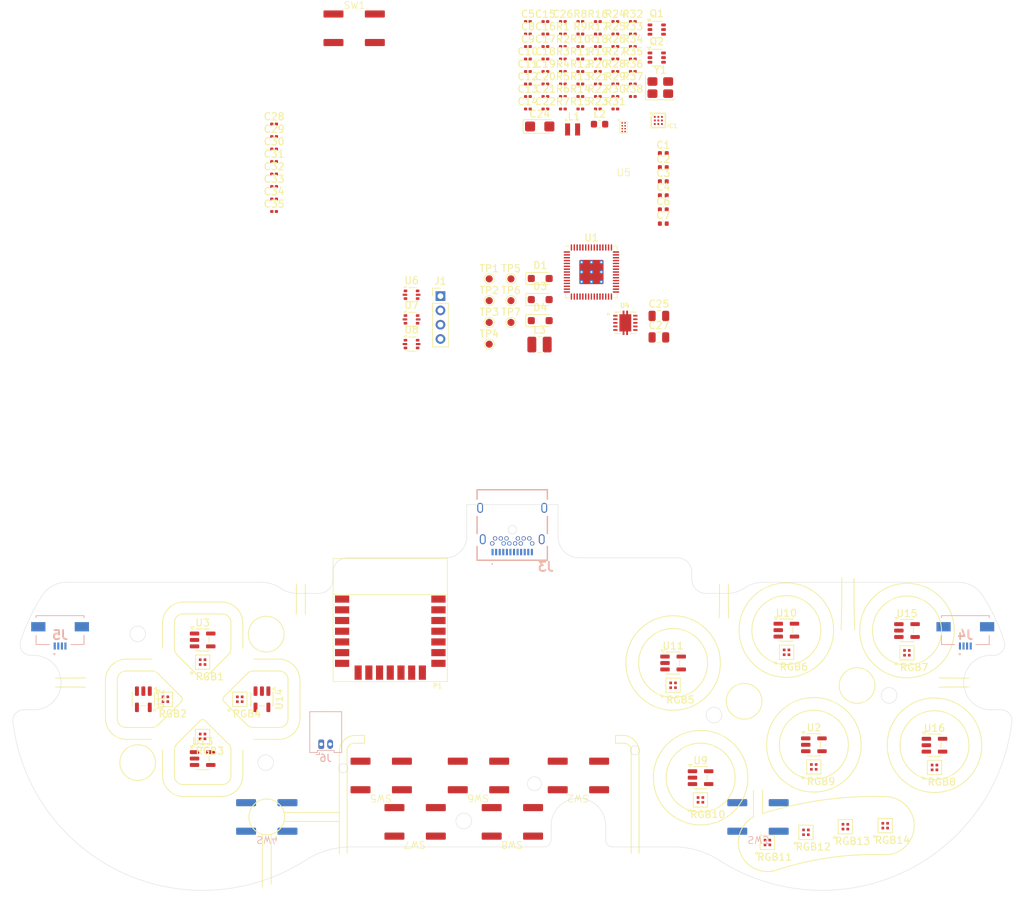
<source format=kicad_pcb>
(kicad_pcb (version 20241229) (generator "pcbnew") (generator_version "9.0")
  (title_block (title "Project Latte Jr Main PCB") (date "2025-11-18") (company "Hand Held Legend, LLC"))
  (layers (0 "F.Cu" signal) (4 "In1.Cu" signal) (6 "In2.Cu" signal) (2 "B.Cu" signal) (13 "F.Paste" user) (15 "B.Paste" user) (5 "F.SilkS" user "F.Silkscreen") (7 "B.SilkS" user "B.Silkscreen") (1 "F.Mask" user) (3 "B.Mask" user) (25 "Edge.Cuts" user))
  (net 0 "")
  (net 1 "GND")
  (net 2 "XTAL_IN")
  (net 3 "Net-(C4-Pad1)")
  (net 4 "BATTERY_POS")
  (net 5 "Net-(IC1-VDD)")
  (net 6 "VBUS")
  (net 7 "+3.3V_PRE")
  (net 8 "Net-(U4-EN)")
  (net 9 "SHARED_PU")
  (net 10 "+3V3")
  (net 11 "+1V1")
  (net 12 "/VREG_AVDD")
  (net 13 "Net-(D4-A)")
  (net 14 "BAT_MON_GPIO")
  (net 15 "Net-(IC1-BIN)")
  (net 16 "N_LATCH")
  (net 17 "N_CLOCK")
  (net 18 "N_DATA")
  (net 19 "Net-(J3-CC1)")
  (net 21 "Net-(J3-CC2)")
  (net 29 "SWCLK")
  (net 30 "SWD")
  (net 31 "VBUS_SYS")
  (net 32 "N_LATCH_3.3")
  (net 33 "D-")
  (net 34 "N_CLOCK_3.3")
  (net 35 "D+")
  (net 36 "WL_CLK")
  (net 37 "N_DATA_3.3")
  (net 38 "I2C1_SCL")
  (net 39 "BTN_PWR")
  (net 40 "WL_CS")
  (net 41 "WL_ON")
  (net 42 "I2C1_SDA")
  (net 43 "WL_D")
  (net 44 "BAT_LVL")
  (net 45 "/VREG_LX")
  (net 48 "XTAL_OUT")
  (net 49 "DI+")
  (net 50 "DI-")
  (net 51 "VDDBAT")
  (net 52 "Net-(U4-L1)")
  (net 53 "RGB_OUT")
  (net 54 "Net-(U4-L2)")
  (net 55 "Net-(RGB1-DOUT)")
  (net 56 "Net-(RGB3-DOUT)")
  (net 57 "Net-(RGB5-DOUT)")
  (net 58 "Net-(RGB10-DIN)")
  (net 59 "Net-(RGB10-DOUT)")
  (net 60 "Net-(RGB11-DOUT)")
  (net 61 "WL_GP2")
  (net 63 "GRIP_R_BTN")
  (net 64 "GRIP_L_BTN")
  (net 65 "CAPTURE_BTN")
  (net 66 "HOME_BTN")
  (net 67 "MINUS_BTN")
  (net 68 "PLUS_BTN")
  (net 69 "WL_GP1")
  (net 70 "Net-(P1A-DO)")
  (net 71 "Net-(P1B-IRQ)")
  (net 73 "WL_GP0")
  (net 75 "N_LATCH_SAFE")
  (net 76 "N_CLOCK_SAFE")
  (net 79 "N_DATA_SAFE")
  (net 80 "Net-(U1-RUN)")
  (net 81 "Net-(R3-Pad2)")
  (net 96 "Net-(RGB2-DOUT)")
  (net 98 "Net-(RGB7-DOUT)")
  (net 100 "Net-(RGB4-DOUT)")
  (net 101 "RGB_B")
  (net 102 "Net-(RGB8-DOUT)")
  (net 103 "TRIGGER_EN_R")
  (net 104 "ADC_0")
  (net 105 "ABXY_EN")
  (net 106 "Net-(RGB12-DOUT)")
  (net 107 "ADC_3")
  (net 108 "ADC_1")
  (net 109 "ADC_2")
  (net 111 "Net-(RGB13-DOUT)")
  (net 114 "DPAD_EN")
  (net 118 "TRIGGER_EN_L")
  (net 151 "BTN_EN")
  (net 153 "SAFE_D-")
  (net 154 "SAFE_D+")
  (net 165 "TRIGGER_EN")
  (footprint "Package_TO_SOT_SMD:SOT-666" (layer "F.Cu") (at 78.4996 -8.6915)
    (property "Reference" "U7" (at 0 -2 0) (layer "F.SilkS"))
    (property "Value" "USBLC6-2P6")
    (pad "1" smd roundrect (at -0.85 -0.5375) (size 0.5 0.375) (layers "F.Cu" "F.Mask" "F.Paste") (net 76 "N_CLOCK_SAFE"))
    (pad "2" smd roundrect (at -0.925 0) (size 0.65 0.3) (layers "F.Cu" "F.Mask" "F.Paste") (net 1 "GND"))
    (pad "3" smd roundrect (at -0.85 0.5375) (size 0.5 0.375) (layers "F.Cu" "F.Mask" "F.Paste") (net 75 "N_LATCH_SAFE"))
    (pad "4" smd roundrect (at 0.85 0.5375) (size 0.5 0.375) (layers "F.Cu" "F.Mask" "F.Paste") (net 16 "N_LATCH"))
    (pad "5" smd roundrect (at 0.925 0) (size 0.65 0.3) (layers "F.Cu" "F.Mask" "F.Paste"))
    (pad "6" smd roundrect (at 0.85 -0.5375) (size 0.5 0.375) (layers "F.Cu" "F.Mask" "F.Paste") (net 17 "N_CLOCK"))
  )
  (footprint "hhl:SK6805-EC-10" (layer "F.Cu") (at 139.277305 62.375883)
    (property "Reference" "RGB13" (at 1.016 2.032 0) (layer "F.SilkS"))
    (property "Value" "SK6805-EC-10" (hide yes))
    (pad "1" smd rect (at -0.335 0.335) (size 0.37 0.37) (layers "F.Cu" "F.Mask" "F.Paste") (net 106 "Net-(RGB12-DOUT)"))
    (pad "2" smd rect (at 0.335 0.335) (size 0.37 0.37) (layers "F.Cu" "F.Mask" "F.Paste") (net 10 "+3V3"))
    (pad "3" smd rect (at 0.335 -0.335) (size 0.37 0.37) (layers "F.Cu" "F.Mask" "F.Paste") (net 111 "Net-(RGB13-DOUT)"))
    (pad "4" smd rect (at -0.335 -0.335) (size 0.37 0.37) (layers "F.Cu" "F.Mask" "F.Paste") (net 1 "GND"))
  )
  (footprint "hhl:SK6805-EC-10" (layer "F.Cu") (at 144.857504 62.23421)
    (property "Reference" "RGB14" (at 1.016 2.032 0) (layer "F.SilkS"))
    (property "Value" "SK6805-EC-10" (hide yes))
    (pad "1" smd rect (at -0.335 0.335) (size 0.37 0.37) (layers "F.Cu" "F.Mask" "F.Paste") (net 111 "Net-(RGB13-DOUT)"))
    (pad "2" smd rect (at 0.335 0.335) (size 0.37 0.37) (layers "F.Cu" "F.Mask" "F.Paste") (net 10 "+3V3"))
    (pad "3" smd rect (at 0.335 -0.335) (size 0.37 0.37) (layers "F.Cu" "F.Mask" "F.Paste"))
    (pad "4" smd rect (at -0.335 -0.335) (size 0.37 0.37) (layers "F.Cu" "F.Mask" "F.Paste") (net 1 "GND"))
  )
  (footprint "Resistor_SMD:R_0201_0603Metric" (layer "F.Cu") (at 109.4996 -48.6715)
    (property "Reference" "R33" (at 0 -1.05 0) (layer "F.SilkS"))
    (property "Value" "1k")
    (pad "1" smd roundrect (at -0.32 0) (size 0.46 0.4) (layers "F.Cu" "F.Mask") (net 10 "+3V3"))
    (pad "2" smd roundrect (at 0.32 0) (size 0.46 0.4) (layers "F.Cu" "F.Mask") (net 37 "N_DATA_3.3"))
  )
  (footprint "Capacitor_SMD:C_0201_0603Metric" (layer "F.Cu") (at 97.2496 -50.4215)
    (property "Reference" "C15" (at 0 -1.05 0) (layer "F.SilkS"))
    (property "Value" "100n")
    (pad "1" smd roundrect (at -0.32 0) (size 0.46 0.4) (layers "F.Cu" "F.Mask") (net 10 "+3V3"))
    (pad "2" smd roundrect (at 0.32 0) (size 0.46 0.4) (layers "F.Cu" "F.Mask") (net 1 "GND"))
  )
  (footprint "Inductor_SMD:L_0603_1608Metric" (layer "F.Cu") (at 104.8396 -36.0415)
    (property "Reference" "L2" (at 0 -1.43 0) (layer "F.SilkS"))
    (property "Value" "BLM18AG601SN1D")
    (pad "1" smd roundrect (at -0.7875 0) (size 0.875 0.95) (layers "F.Cu" "F.Mask" "F.Paste") (net 10 "+3V3"))
    (pad "2" smd roundrect (at 0.7875 0) (size 0.875 0.95) (layers "F.Cu" "F.Mask" "F.Paste") (net 51 "VDDBAT"))
  )
  (footprint "hhl:SOT-23-5L" (layer "F.Cu") (at 115.142675 39.444746)
    (property "Reference" "U11" (at 0 -2.4 0) (layer "F.SilkS"))
    (property "Value" "HAL4395")
    (pad "1" smd roundrect (at 1.1375 0.9) (size 1.325 0.55) (layers "F.Cu" "F.Mask" "F.Paste") (net 10 "+3V3"))
    (pad "2" smd roundrect (at 1.1375 -0.9) (size 1.325 0.55) (layers "F.Cu" "F.Mask" "F.Paste") (net 151 "BTN_EN"))
    (pad "3" smd roundrect (at -1.1375 -0.9) (size 1.325 0.55) (layers "F.Cu" "F.Mask" "F.Paste") (net 1 "GND"))
    (pad "4" smd roundrect (at -1.1375 0) (size 1.325 0.55) (layers "F.Cu" "F.Mask" "F.Paste"))
    (pad "5" smd roundrect (at -1.1375 0.9) (size 1.325 0.55) (layers "F.Cu" "F.Mask" "F.Paste") (net 107 "ADC_3"))
  )
  (footprint "Resistor_SMD:R_0201_0603Metric" (layer "F.Cu") (at 107.0496 -39.9215)
    (property "Reference" "R30" (at 0 -1.05 0) (layer "F.SilkS"))
    (property "Value" "100R")
    (pad "1" smd roundrect (at -0.32 0) (size 0.46 0.4) (layers "F.Cu" "F.Mask") (net 31 "VBUS_SYS"))
    (pad "2" smd roundrect (at 0.32 0) (size 0.46 0.4) (layers "F.Cu" "F.Mask") (net 8 "Net-(U4-EN)"))
  )
  (footprint "Capacitor_SMD:C_0201_0603Metric" (layer "F.Cu") (at 97.2496 -46.9215)
    (property "Reference" "C17" (at 0 -1.05 0) (layer "F.SilkS"))
    (property "Value" "100n")
    (pad "1" smd roundrect (at -0.32 0) (size 0.46 0.4) (layers "F.Cu" "F.Mask") (net 10 "+3V3"))
    (pad "2" smd roundrect (at 0.32 0) (size 0.46 0.4) (layers "F.Cu" "F.Mask") (net 1 "GND"))
  )
  (footprint "Capacitor_SMD:C_0201_0603Metric" (layer "F.Cu") (at 59.2415 -29.058)
    (property "Reference" "C32" (at 0 -1.05 0) (layer "F.SilkS"))
    (property "Value" "100n")
    (pad "1" smd roundrect (at -0.32 0) (size 0.46 0.4) (layers "F.Cu" "F.Mask") (net 10 "+3V3"))
    (pad "2" smd roundrect (at 0.32 0) (size 0.46 0.4) (layers "F.Cu" "F.Mask") (net 1 "GND"))
  )
  (footprint "Capacitor_SMD:C_0402_1005Metric" (layer "F.Cu") (at 113.7696 -31.9615)
    (property "Reference" "C1" (at 0 -1.16 0) (layer "F.SilkS"))
    (property "Value" "4.7u")
    (pad "1" smd roundrect (at -0.48 0) (size 0.56 0.62) (layers "F.Cu" "F.Mask" "F.Paste") (net 10 "+3V3"))
    (pad "2" smd roundrect (at 0.48 0) (size 0.56 0.62) (layers "F.Cu" "F.Mask" "F.Paste") (net 1 "GND"))
  )
  (footprint "Resistor_SMD:R_0201_0603Metric" (layer "F.Cu") (at 99.6996 -48.6715)
    (property "Reference" "R1" (at 0 -1.05 0) (layer "F.SilkS"))
    (property "Value" "33")
    (pad "1" smd roundrect (at -0.32 0) (size 0.46 0.4) (layers "F.Cu" "F.Mask") (net 10 "+3V3"))
    (pad "2" smd roundrect (at 0.32 0) (size 0.46 0.4) (layers "F.Cu" "F.Mask") (net 12 "/VREG_AVDD"))
  )
  (footprint "Connector_PinHeader_2.00mm:PinHeader_1x04_P2.00mm_Vertical" (layer "F.Cu") (at 82.5496 -11.9515)
    (property "Reference" "J1" (at 0 -2.11 0) (layer "F.SilkS"))
    (property "Value" "Conn_01x04_Pin")
    (pad "1" thru_hole rect (at 0 0) (size 1.35 1.35) (drill 0.8) (layers "*.Cu" "*.Mask") (net 30 "SWD"))
    (pad "2" thru_hole circle (at 0 2) (size 1.35 1.35) (drill 0.8) (layers "*.Cu" "*.Mask") (net 29 "SWCLK"))
    (pad "3" thru_hole circle (at 0 4) (size 1.35 1.35) (drill 0.8) (layers "*.Cu" "*.Mask") (net 1 "GND"))
    (pad "4" thru_hole circle (at 0 6) (size 1.35 1.35) (drill 0.8) (layers "*.Cu" "*.Mask") (net 31 "VBUS_SYS"))
  )
  (footprint "hhl:SOT-23-5L" (layer "F.Cu") (at 151.762092 50.962961)
    (property "Reference" "U16" (at 0 -2.4 0) (layer "F.SilkS"))
    (property "Value" "HAL4395")
    (pad "1" smd roundrect (at 1.1375 0.9) (size 1.325 0.55) (layers "F.Cu" "F.Mask" "F.Paste") (net 10 "+3V3"))
    (pad "2" smd roundrect (at 1.1375 -0.9) (size 1.325 0.55) (layers "F.Cu" "F.Mask" "F.Paste") (net 165 "TRIGGER_EN"))
    (pad "3" smd roundrect (at -1.1375 -0.9) (size 1.325 0.55) (layers "F.Cu" "F.Mask" "F.Paste") (net 1 "GND"))
    (pad "4" smd roundrect (at -1.1375 0) (size 1.325 0.55) (layers "F.Cu" "F.Mask" "F.Paste"))
    (pad "5" smd roundrect (at -1.1375 0.9) (size 1.325 0.55) (layers "F.Cu" "F.Mask" "F.Paste") (net 108 "ADC_1"))
  )
  (footprint "Resistor_SMD:R_0201_0603Metric" (layer "F.Cu") (at 107.0496 -41.6715)
    (property "Reference" "R29" (at 0 -1.05 0) (layer "F.SilkS"))
    (property "Value" "10k")
    (pad "1" smd roundrect (at -0.32 0) (size 0.46 0.4) (layers "F.Cu" "F.Mask") (net 1 "GND"))
    (pad "2" smd roundrect (at 0.32 0) (size 0.46 0.4) (layers "F.Cu" "F.Mask") (net 15 "Net-(IC1-BIN)"))
  )
  (footprint "Capacitor_SMD:C_0201_0603Metric" (layer "F.Cu") (at 94.7996 -41.6715)
    (property "Reference" "C12" (at 0 -1.05 0) (layer "F.SilkS"))
    (property "Value" "100n")
    (pad "1" smd roundrect (at -0.32 0) (size 0.46 0.4) (layers "F.Cu" "F.Mask") (net 10 "+3V3"))
    (pad "2" smd roundrect (at 0.32 0) (size 0.46 0.4) (layers "F.Cu" "F.Mask") (net 1 "GND"))
  )
  (footprint "Capacitor_SMD:C_0201_0603Metric" (layer "F.Cu") (at 59.2415 -23.808)
    (property "Reference" "C35" (at 0 -1.05 0) (layer "F.SilkS"))
    (property "Value" "100n")
    (pad "1" smd roundrect (at -0.32 0) (size 0.46 0.4) (layers "F.Cu" "F.Mask") (net 10 "+3V3"))
    (pad "2" smd roundrect (at 0.32 0) (size 0.46 0.4) (layers "F.Cu" "F.Mask") (net 1 "GND"))
  )
  (footprint "Capacitor_SMD:C_0201_0603Metric" (layer "F.Cu") (at 59.2415 -36.058)
    (property "Reference" "C28" (at 0 -1.05 0) (layer "F.SilkS"))
    (property "Value" "100n")
    (pad "1" smd roundrect (at -0.32 0) (size 0.46 0.4) (layers "F.Cu" "F.Mask") (net 10 "+3V3"))
    (pad "2" smd roundrect (at 0.32 0) (size 0.46 0.4) (layers "F.Cu" "F.Mask") (net 1 "GND"))
  )
  (footprint "hhl:SK6805-EC-10" (layer "F.Cu") (at 54.4322 44.5262)
    (property "Reference" "RGB4" (at 1.016 2.032 0) (layer "F.SilkS"))
    (property "Value" "SK6805-EC-10" (hide yes))
    (pad "1" smd rect (at -0.335 0.335) (size 0.37 0.37) (layers "F.Cu" "F.Mask" "F.Paste") (net 56 "Net-(RGB3-DOUT)"))
    (pad "2" smd rect (at 0.335 0.335) (size 0.37 0.37) (layers "F.Cu" "F.Mask" "F.Paste") (net 10 "+3V3"))
    (pad "3" smd rect (at 0.335 -0.335) (size 0.37 0.37) (layers "F.Cu" "F.Mask" "F.Paste") (net 100 "Net-(RGB4-DOUT)"))
    (pad "4" smd rect (at -0.335 -0.335) (size 0.37 0.37) (layers "F.Cu" "F.Mask" "F.Paste") (net 1 "GND"))
  )
  (footprint "Capacitor_SMD:C_0402_1005Metric" (layer "F.Cu") (at 113.7696 -29.9915)
    (property "Reference" "C2" (at 0 -1.16 0) (layer "F.SilkS"))
    (property "Value" "4.7u")
    (pad "1" smd roundrect (at -0.48 0) (size 0.56 0.62) (layers "F.Cu" "F.Mask" "F.Paste") (net 11 "+1V1"))
    (pad "2" smd roundrect (at 0.48 0) (size 0.56 0.62) (layers "F.Cu" "F.Mask" "F.Paste") (net 1 "GND"))
  )
  (footprint "Resistor_SMD:R_0201_0603Metric" (layer "F.Cu") (at 107.0496 -50.4215)
    (property "Reference" "R24" (at 0 -1.05 0) (layer "F.SilkS"))
    (property "Value" "10k")
    (pad "1" smd roundrect (at -0.32 0) (size 0.46 0.4) (layers "F.Cu" "F.Mask") (net 10 "+3V3"))
    (pad "2" smd roundrect (at 0.32 0) (size 0.46 0.4) (layers "F.Cu" "F.Mask") (net 14 "BAT_MON_GPIO"))
  )
  (footprint "Inductor_SMD:L_1008_2520Metric" (layer "F.Cu") (at 96.4296 -5.1715)
    (property "Reference" "L3" (at 0 -2.05 0) (layer "F.SilkS"))
    (property "Value" "1.3A 2.2uH ±20% 80mΩ")
    (pad "1" smd roundrect (at -1.075 0) (size 1.25 2.2) (layers "F.Cu" "F.Mask" "F.Paste") (roundrect_rratio 0.2) (net 52 "Net-(U4-L1)"))
    (pad "2" smd roundrect (at 1.075 0) (size 1.25 2.2) (layers "F.Cu" "F.Mask" "F.Paste") (roundrect_rratio 0.2) (net 54 "Net-(U4-L2)"))
  )
  (footprint "hhl:SOT-23-5L" (layer "F.Cu") (at 134.863237 50.903183)
    (property "Reference" "U2" (at 0 -2.4 0) (layer "F.SilkS"))
    (property "Value" "HAL4395")
    (pad "1" smd roundrect (at 1.1375 0.9) (size 1.325 0.55) (layers "F.Cu" "F.Mask" "F.Paste") (net 10 "+3V3"))
    (pad "2" smd roundrect (at 1.1375 -0.9) (size 1.325 0.55) (layers "F.Cu" "F.Mask" "F.Paste") (net 151 "BTN_EN"))
    (pad "3" smd roundrect (at -1.1375 -0.9) (size 1.325 0.55) (layers "F.Cu" "F.Mask" "F.Paste") (net 1 "GND"))
    (pad "4" smd roundrect (at -1.1375 0) (size 1.325 0.55) (layers "F.Cu" "F.Mask" "F.Paste"))
    (pad "5" smd roundrect (at -1.1375 0.9) (size 1.325 0.55) (layers "F.Cu" "F.Mask" "F.Paste") (net 104 "ADC_0"))
  )
  (footprint "hhl:SK6805-EC-10" (layer "F.Cu") (at 49.2252 49.7332)
    (property "Reference" "RGB3" (at 1.016 2.032 0) (layer "F.SilkS"))
    (property "Value" "SK6805-EC-10" (hide yes))
    (pad "1" smd rect (at -0.335 0.335) (size 0.37 0.37) (layers "F.Cu" "F.Mask" "F.Paste") (net 96 "Net-(RGB2-DOUT)"))
    (pad "2" smd rect (at 0.335 0.335) (size 0.37 0.37) (layers "F.Cu" "F.Mask" "F.Paste") (net 10 "+3V3"))
    (pad "3" smd rect (at 0.335 -0.335) (size 0.37 0.37) (layers "F.Cu" "F.Mask" "F.Paste") (net 56 "Net-(RGB3-DOUT)"))
    (pad "4" smd rect (at -0.335 -0.335) (size 0.37 0.37) (layers "F.Cu" "F.Mask" "F.Paste") (net 1 "GND"))
  )
  (footprint "TestPoint:TestPoint_Pad_D1.0mm" (layer "F.Cu") (at 89.3796 -8.2715)
    (property "Reference" "TP3" (at 0 -1.448 0) (layer "F.SilkS"))
    (property "Value" "TestPoint")
    (pad "1" smd circle (at 0 0) (size 1 1) (layers "F.Cu" "F.Mask") (net 18 "N_DATA"))
  )
  (footprint "hhl:SOT-23-5L" (layer "F.Cu") (at 118.995666 55.507211)
    (property "Reference" "U9" (at 0 -2.4 0) (layer "F.SilkS"))
    (property "Value" "HAL4395")
    (pad "1" smd roundrect (at 1.1375 0.9) (size 1.325 0.55) (layers "F.Cu" "F.Mask" "F.Paste") (net 10 "+3V3"))
    (pad "2" smd roundrect (at 1.1375 -0.9) (size 1.325 0.55) (layers "F.Cu" "F.Mask" "F.Paste") (net 151 "BTN_EN"))
    (pad "3" smd roundrect (at -1.1375 -0.9) (size 1.325 0.55) (layers "F.Cu" "F.Mask" "F.Paste") (net 1 "GND"))
    (pad "4" smd roundrect (at -1.1375 0) (size 1.325 0.55) (layers "F.Cu" "F.Mask" "F.Paste"))
    (pad "5" smd roundrect (at -1.1375 0.9) (size 1.325 0.55) (layers "F.Cu" "F.Mask" "F.Paste") (net 108 "ADC_1"))
  )
  (footprint "Capacitor_Tantalum_SMD:CP_EIA-3216-18_Kemet-A" (layer "F.Cu") (at 96.4546 -35.7215)
    (property "Reference" "C24" (at 0 -1.75 0) (layer "F.SilkS"))
    (property "Value" "47uF")
    (pad "1" smd roundrect (at -1.3525 0) (size 1.415 1.39) (layers "F.Cu" "F.Mask" "F.Paste") (roundrect_rratio 0.179856) (net 7 "+3.3V_PRE"))
    (pad "2" smd roundrect (at 1.3525 0) (size 1.415 1.39) (layers "F.Cu" "F.Mask" "F.Paste") (roundrect_rratio 0.179856) (net 1 "GND"))
  )
  (footprint "TestPoint:TestPoint_Pad_D1.0mm" (layer "F.Cu") (at 89.3796 -11.3215)
    (property "Reference" "TP2" (at 0 -1.448 0) (layer "F.SilkS"))
    (property "Value" "TestPoint")
    (pad "1" smd circle (at 0 0) (size 1 1) (layers "F.Cu" "F.Mask") (net 17 "N_CLOCK"))
  )
  (footprint "Diode_SMD:D_SOD-323_HandSoldering" (layer "F.Cu") (at 96.5246 -14.4215)
    (property "Reference" "D1" (at 0 -1.85 0) (layer "F.SilkS"))
    (property "Value" "CUS08F30,H3F")
    (pad "1" smd roundrect (at -1.25 0) (size 1 1) (layers "F.Cu" "F.Mask" "F.Paste") (net 31 "VBUS_SYS"))
    (pad "2" smd roundrect (at 1.25 0) (size 1 1) (layers "F.Cu" "F.Mask" "F.Paste") (net 7 "+3.3V_PRE"))
  )
  (footprint "Resistor_SMD:R_0201_0603Metric" (layer "F.Cu") (at 102.1496 -46.9215)
    (property "Reference" "R10" (at 0 -1.05 0) (layer "F.SilkS"))
    (property "Value" "100R")
    (pad "1" smd roundrect (at -0.32 0) (size 0.46 0.4) (layers "F.Cu" "F.Mask"))
    (pad "2" smd roundrect (at 0.32 0) (size 0.46 0.4) (layers "F.Cu" "F.Mask") (net 39 "BTN_PWR"))
  )
  (footprint "TestPoint:TestPoint_Pad_D1.0mm" (layer "F.Cu") (at 89.3796 -14.3715)
    (property "Reference" "TP1" (at 0 -1.448 0) (layer "F.SilkS"))
    (property "Value" "TestPoint")
    (pad "1" smd circle (at 0 0) (size 1 1) (layers "F.Cu" "F.Mask") (net 16 "N_LATCH"))
  )
  (footprint "hhl:RPI_RM2" (layer "F.Cu") (at 75.517 33.0424)
    (property "Reference" "P1" (at 6.6294 9.6266 0) (layer "F.SilkS") (effects (font (size 0.65 0.65) (thickness 0.1))))
    (property "Value" "RPI-RM2")
    (pad "A1" smd rect (at -6.75 -2.55) (size 2 1) (layers "F.Cu" "F.Mask" "F.Paste") (net 1 "GND"))
    (pad "A2" smd rect (at -6.75 -1.05) (size 2 1) (layers "F.Cu" "F.Mask" "F.Paste"))
    (pad "A3" smd rect (at -6.75 0.45) (size 2 1) (layers "F.Cu" "F.Mask" "F.Paste") (net 36 "WL_CLK"))
    (pad "A4" smd rect (at -6.75 1.95) (size 2 1) (layers "F.Cu" "F.Mask" "F.Paste") (net 1 "GND"))
    (pad "A5" smd rect (at -6.75 3.45) (size 2 1) (layers "F.Cu" "F.Mask" "F.Paste") (net 43 "WL_D"))
    (pad "A6" smd rect (at -6.75 4.95) (size 2 1) (layers "F.Cu" "F.Mask" "F.Paste") (net 70 "Net-(P1A-DO)"))
    (pad "A7" smd rect (at -6.75 6.45) (size 2 1) (layers "F.Cu" "F.Mask" "F.Paste") (net 1 "GND"))
    (pad "B1" smd rect (at -4.5 7.75) (size 1 2) (layers "F.Cu" "F.Mask" "F.Paste") (net 73 "WL_GP0"))
    (pad "B2" smd rect (at -3 7.75) (size 1 2) (layers "F.Cu" "F.Mask" "F.Paste") (net 40 "WL_CS"))
    (pad "B3" smd rect (at -1.5 7.75) (size 1 2) (layers "F.Cu" "F.Mask" "F.Paste") (net 71 "Net-(P1B-IRQ)"))
    (pad "B4" smd rect (at 0 7.75) (size 1 2) (layers "F.Cu" "F.Mask" "F.Paste") (net 1 "GND"))
    (pad "B5" smd rect (at 1.5 7.75) (size 1 2) (layers "F.Cu" "F.Mask" "F.Paste") (net 41 "WL_ON"))
    (pad "B6" smd rect (at 3 7.75) (size 1 2) (layers "F.Cu" "F.Mask" "F.Paste") (net 41 "WL_ON"))
    (pad "B7" smd rect (at 4.5 7.75) (size 1 2) (layers "F.Cu" "F.Mask" "F.Paste") (net 51 "VDDBAT"))
    (pad "C1" smd rect (at 6.75 6.45) (size 2 1) (layers "F.Cu" "F.Mask" "F.Paste") (net 1 "GND"))
    (pad "C2" smd rect (at 6.75 4.95) (size 2 1) (layers "F.Cu" "F.Mask" "F.Paste") (net 51 "VDDBAT"))
    (pad "C3" smd rect (at 6.75 3.45) (size 2 1) (layers "F.Cu" "F.Mask" "F.Paste") (net 61 "WL_GP2"))
    (pad "C4" smd rect (at 6.75 1.95) (size 2 1) (layers "F.Cu" "F.Mask" "F.Paste") (net 69 "WL_GP1"))
    (pad "C5" smd rect (at 6.75 0.45) (size 2 1) (layers "F.Cu" "F.Mask" "F.Paste"))
    (pad "C6" smd rect (at 6.75 -1.05) (size 2 1) (layers "F.Cu" "F.Mask" "F.Paste"))
    (pad "C7" smd rect (at 6.75 -2.55) (size 2 1) (layers "F.Cu" "F.Mask" "F.Paste") (net 1 "GND"))
  )
  (footprint "Capacitor_SMD:C_0201_0603Metric" (layer "F.Cu") (at 97.2496 -41.6715)
    (property "Reference" "C20" (at 0 -1.05 0) (layer "F.SilkS"))
    (property "Value" "1uF")
    (pad "1" smd roundrect (at -0.32 0) (size 0.46 0.4) (layers "F.Cu" "F.Mask") (net 1 "GND"))
    (pad "2" smd roundrect (at 0.32 0) (size 0.46 0.4) (layers "F.Cu" "F.Mask") (net 4 "BATTERY_POS"))
  )
  (footprint "Resistor_SMD:R_0201_0603Metric" (layer "F.Cu") (at 104.5996 -45.1715)
    (property "Reference" "R19" (at 0 -1.05 0) (layer "F.SilkS"))
    (property "Value" "100R")
    (pad "1" smd roundrect (at -0.32 0) (size 0.46 0.4) (layers "F.Cu" "F.Mask"))
    (pad "2" smd roundrect (at 0.32 0) (size 0.46 0.4) (layers "F.Cu" "F.Mask") (net 63 "GRIP_R_BTN"))
  )
  (footprint "TestPoint:TestPoint_Pad_D1.0mm" (layer "F.Cu") (at 92.4296 -8.2715)
    (property "Reference" "TP7" (at 0 -1.448 0) (layer "F.SilkS"))
    (property "Value" "TestPoint")
    (pad "1" smd circle (at 0 0) (size 1 1) (layers "F.Cu" "F.Mask") (net 6 "VBUS"))
  )
  (footprint "hhl:KSC-TE" (layer "F.Cu") (at 70.4596 -49.4792)
    (property "Reference" "SW1" (at 0.05 -3.2 0) (layer "F.SilkS") (effects (font (thickness 0.1))))
    (property "Value" "SW_Push")
    (pad "1" smd roundrect (at -2.9 -2) (size 2.8 1) (layers "F.Cu" "F.Mask" "F.Paste") (roundrect_rratio 0.15) (net 1 "GND"))
    (pad "1" smd roundrect (at 2.9 -2) (size 2.8 1) (layers "F.Cu" "F.Mask" "F.Paste") (roundrect_rratio 0.15) (net 1 "GND"))
    (pad "2" smd roundrect (at -2.9 2) (size 2.8 1) (layers "F.Cu" "F.Mask" "F.Paste") (roundrect_rratio 0.15) (net 81 "Net-(R3-Pad2)"))
    (pad "2" smd roundrect (at 2.9 2) (size 2.8 1) (layers "F.Cu" "F.Mask" "F.Paste") (roundrect_rratio 0.15) (net 81 "Net-(R3-Pad2)"))
  )
  (footprint "Capacitor_SMD:C_0201_0603Metric" (layer "F.Cu") (at 59.2415 -27.308)
    (property "Reference" "C33" (at 0 -1.05 0) (layer "F.SilkS"))
    (property "Value" "100n")
    (pad "1" smd roundrect (at -0.32 0) (size 0.46 0.4) (layers "F.Cu" "F.Mask") (net 10 "+3V3"))
    (pad "2" smd roundrect (at 0.32 0) (size 0.46 0.4) (layers "F.Cu" "F.Mask") (net 1 "GND"))
  )
  (footprint "Capacitor_SMD:C_0201_0603Metric" (layer "F.Cu") (at 97.2496 -39.9215)
    (property "Reference" "C21" (at 0 -1.05 0) (layer "F.SilkS"))
    (property "Value" "0.47uF")
    (pad "1" smd roundrect (at -0.32 0) (size 0.46 0.4) (layers "F.Cu" "F.Mask") (net 5 "Net-(IC1-VDD)"))
    (pad "2" smd roundrect (at 0.32 0) (size 0.46 0.4) (layers "F.Cu" "F.Mask") (net 1 "GND"))
  )
  (footprint "hhl:KSC-TE" (layer "F.Cu") (at 87.876272 55.200886 180)
    (property "Reference" "SW6" (at 0.05 -3.2 180) (layer "F.SilkS") (effects (font (thickness 0.1))))
    (property "Value" "SW_Push")
    (pad "1" smd roundrect (at -2.9 -2 180) (size 2.8 1) (layers "F.Cu" "F.Mask" "F.Paste") (roundrect_rratio 0.15) (net 1 "GND"))
    (pad "1" smd roundrect (at 2.9 -2 180) (size 2.8 1) (layers "F.Cu" "F.Mask" "F.Paste") (roundrect_rratio 0.15) (net 1 "GND"))
    (pad "2" smd roundrect (at -2.9 2 180) (size 2.8 1) (layers "F.Cu" "F.Mask" "F.Paste") (roundrect_rratio 0.15) (net 66 "HOME_BTN"))
    (pad "2" smd roundrect (at 2.9 2 180) (size 2.8 1) (layers "F.Cu" "F.Mask" "F.Paste") (roundrect_rratio 0.15) (net 66 "HOME_BTN"))
  )
  (footprint "hhl:BGA9C50P3X3_162X158X62" (layer "F.Cu") (at 113.0746 -36.5665)
    (property "Reference" "IC1" (at 1.9478 0.762 0) (layer "F.SilkS") (effects (font (size 0.6 0.6) (thickness 0.1))))
    (property "Value" "BQ27621YZFR-G1A" (hide yes))
    (pad "A1" smd circle (at -0.5 -0.5 90) (size 0.29 0.29) (layers "F.Cu" "F.Mask") (net 14 "BAT_MON_GPIO"))
    (pad "A2" smd circle (at 0 -0.5 90) (size 0.29 0.29) (layers "F.Cu" "F.Mask") (net 42 "I2C1_SDA"))
    (pad "A3" smd circle (at 0.5 -0.5 90) (size 0.29 0.29) (layers "F.Cu" "F.Mask") (net 38 "I2C1_SCL"))
    (pad "B1" smd circle (at -0.5 0 90) (size 0.29 0.29) (layers "F.Cu" "F.Mask") (net 15 "Net-(IC1-BIN)"))
    (pad "B2" smd circle (at 0 0 90) (size 0.29 0.29) (layers "F.Cu" "F.Mask") (net 1 "GND"))
    (pad "B3" smd circle (at 0.5 0 90) (size 0.29 0.29) (layers "F.Cu" "F.Mask") (net 5 "Net-(IC1-VDD)"))
    (pad "C1" smd circle (at -0.5 0.5 90) (size 0.29 0.29) (layers "F.Cu" "F.Mask") (net 1 "GND"))
    (pad "C2" smd circle (at 0 0.5 90) (size 0.29 0.29) (layers "F.Cu" "F.Mask") (net 4 "BATTERY_POS"))
    (pad "C3" smd circle (at 0.5 0.5 90) (size 0.29 0.29) (layers "F.Cu" "F.Mask") (net 4 "BATTERY_POS"))
  )
  (footprint "hhl:SOT-23-5L" (layer "F.Cu") (at 49.233296 52.830754)
    (property "Reference" "U13" (at 0 -2.4 0) (layer "F.SilkS"))
    (property "Value" "HAL4395")
    (pad "1" smd roundrect (at 1.1375 0.9) (size 1.325 0.55) (layers "F.Cu" "F.Mask" "F.Paste") (net 10 "+3V3"))
    (pad "2" smd roundrect (at 1.1375 -0.9) (size 1.325 0.55) (layers "F.Cu" "F.Mask" "F.Paste") (net 114 "DPAD_EN"))
    (pad "3" smd roundrect (at -1.1375 -0.9) (size 1.325 0.55) (layers "F.Cu" "F.Mask" "F.Paste") (net 1 "GND"))
    (pad "4" smd roundrect (at -1.1375 0) (size 1.325 0.55) (layers "F.Cu" "F.Mask" "F.Paste"))
    (pad "5" smd roundrect (at -1.1375 0.9) (size 1.325 0.55) (layers "F.Cu" "F.Mask" "F.Paste") (net 109 "ADC_2"))
  )
  (footprint "Resistor_SMD:R_0201_0603Metric" (layer "F.Cu") (at 104.5996 -41.6715)
    (property "Reference" "R21" (at 0 -1.05 0) (layer "F.SilkS"))
    (property "Value" "100R")
    (pad "1" smd roundrect (at -0.32 0) (size 0.46 0.4) (layers "F.Cu" "F.Mask"))
    (pad "2" smd roundrect (at 0.32 0) (size 0.46 0.4) (layers "F.Cu" "F.Mask") (net 53 "RGB_OUT"))
  )
  (footprint "hhl:SK6805-EC-10" (layer "F.Cu") (at 147.8994 38.019)
    (property "Reference" "RGB7" (at 1.016 2.032 0) (layer "F.SilkS"))
    (property "Value" "SK6805-EC-10" (hide yes))
    (pad "1" smd rect (at -0.335 0.335) (size 0.37 0.37) (layers "F.Cu" "F.Mask" "F.Paste") (net 101 "RGB_B"))
    (pad "2" smd rect (at 0.335 0.335) (size 0.37 0.37) (layers "F.Cu" "F.Mask" "F.Paste") (net 10 "+3V3"))
    (pad "3" smd rect (at 0.335 -0.335) (size 0.37 0.37) (layers "F.Cu" "F.Mask" "F.Paste") (net 98 "Net-(RGB7-DOUT)"))
    (pad "4" smd rect (at -0.335 -0.335) (size 0.37 0.37) (layers "F.Cu" "F.Mask" "F.Paste") (net 1 "GND"))
  )
  (footprint "Resistor_SMD:R_0201_0603Metric" (layer "F.Cu") (at 102.1496 -45.1715)
    (property "Reference" "R11" (at 0 -1.05 0) (layer "F.SilkS"))
    (property "Value" "100R")
    (pad "1" smd roundrect (at -0.32 0) (size 0.46 0.4) (layers "F.Cu" "F.Mask"))
    (pad "2" smd roundrect (at 0.32 0) (size 0.46 0.4) (layers "F.Cu" "F.Mask") (net 64 "GRIP_L_BTN"))
  )
  (footprint "Capacitor_SMD:C_0201_0603Metric" (layer "F.Cu") (at 59.2415 -32.558)
    (property "Reference" "C30" (at 0 -1.05 0) (layer "F.SilkS"))
    (property "Value" "100n")
    (pad "1" smd roundrect (at -0.32 0) (size 0.46 0.4) (layers "F.Cu" "F.Mask") (net 10 "+3V3"))
    (pad "2" smd roundrect (at 0.32 0) (size 0.46 0.4) (layers "F.Cu" "F.Mask") (net 1 "GND"))
  )
  (footprint "hhl:L_pol_2016" (layer "F.Cu") (at 101.0596 -35.305079)
    (property "Reference" "L1" (at 0.2 -1.8 0) (layer "F.SilkS"))
    (property "Value" "3.3u")
    (pad "1" smd rect (at -0.7 0) (size 0.7 1.7) (layers "F.Cu" "F.Mask" "F.Paste") (net 11 "+1V1"))
    (pad "2" smd rect (at 0.7 0) (size 0.7 1.7) (layers "F.Cu" "F.Mask" "F.Paste") (net 45 "/VREG_LX"))
  )
  (footprint "Capacitor_SMD:C_0201_0603Metric" (layer "F.Cu") (at 59.2415 -34.308)
    (property "Reference" "C29" (at 0 -1.05 0) (layer "F.SilkS"))
    (property "Value" "100n")
    (pad "1" smd roundrect (at -0.32 0) (size 0.46 0.4) (layers "F.Cu" "F.Mask") (net 10 "+3V3"))
    (pad "2" smd roundrect (at 0.32 0) (size 0.46 0.4) (layers "F.Cu" "F.Mask") (net 1 "GND"))
  )
  (footprint "Resistor_SMD:R_0201_0603Metric" (layer "F.Cu") (at 99.6996 -46.9215)
    (property "Reference" "R2" (at 0 -1.05 0) (layer "F.SilkS"))
    (property "Value" "1k")
    (pad "1" smd roundrect (at -0.32 0) (size 0.46 0.4) (layers "F.Cu" "F.Mask") (net 48 "XTAL_OUT"))
    (pad "2" smd roundrect (at 0.32 0) (size 0.46 0.4) (layers "F.Cu" "F.Mask") (net 3 "Net-(C4-Pad1)"))
  )
  (footprint "Resistor_SMD:R_0201_0603Metric" (layer "F.Cu") (at 104.5996 -46.9215)
    (property "Reference" "R18" (at 0 -1.05 0) (layer "F.SilkS"))
    (property "Value" "100R")
    (pad "1" smd roundrect (at -0.32 0) (size 0.46 0.4) (layers "F.Cu" "F.Mask"))
    (pad "2" smd roundrect (at 0.32 0) (size 0.46 0.4) (layers "F.Cu" "F.Mask") (net 103 "TRIGGER_EN_R"))
  )
  (footprint "Capacitor_SMD:C_0201_0603Metric" (layer "F.Cu") (at 97.2496 -45.1715)
    (property "Reference" "C18" (at 0 -1.05 0) (layer "F.SilkS"))
    (property "Value" "100n")
    (pad "1" smd roundrect (at -0.32 0) (size 0.46 0.4) (layers "F.Cu" "F.Mask") (net 10 "+3V3"))
    (pad "2" smd roundrect (at 0.32 0) (size 0.46 0.4) (layers "F.Cu" "F.Mask") (net 1 "GND"))
  )
  (footprint "Capacitor_SMD:C_0402_1005Metric" (layer "F.Cu") (at 113.7696 -24.0815)
    (property "Reference" "C6" (at 0 -1.16 0) (layer "F.SilkS"))
    (property "Value" "4.7u")
    (pad "1" smd roundrect (at -0.48 0) (size 0.56 0.62) (layers "F.Cu" "F.Mask" "F.Paste") (net 12 "/VREG_AVDD"))
    (pad "2" smd roundrect (at 0.48 0) (size 0.56 0.62) (layers "F.Cu" "F.Mask" "F.Paste") (net 1 "GND"))
  )
  (footprint "hhl:VREG_V62_16624-01YE" (layer "F.Cu") (at 108.4496 -8.2115)
    (property "Reference" "U4" (at -0.078 -2.4334 0) (layer "F.SilkS") (effects (font (size 0.64 0.64))))
    (property "Value" "TPS63001DRCR")
    (pad "1" smd roundrect (at -1.4 -1) (size 0.6 0.24) (layers "F.Cu" "F.Paste") (roundrect_rratio 0.03) (net 10 "+3V3"))
    (pad "2" smd roundrect (at -1.4 -0.5) (size 0.6 0.24) (layers "F.Cu" "F.Paste") (roundrect_rratio 0.03) (net 54 "Net-(U4-L2)"))
    (pad "3" smd roundrect (at -1.4 0) (size 0.6 0.24) (layers "F.Cu" "F.Paste") (roundrect_rratio 0.03) (net 1 "GND"))
    (pad "4" smd roundrect (at -1.4 0.5) (size 0.6 0.24) (layers "F.Cu" "F.Paste") (roundrect_rratio 0.03) (net 52 "Net-(U4-L1)"))
    (pad "5" smd roundrect (at -1.4 1) (size 0.6 0.24) (layers "F.Cu" "F.Paste") (roundrect_rratio 0.03) (net 31 "VBUS_SYS"))
    (pad "6" smd roundrect (at 1.4 1) (size 0.6 0.24) (layers "F.Cu" "F.Paste") (roundrect_rratio 0.03) (net 8 "Net-(U4-EN)"))
    (pad "7" smd roundrect (at 1.4 0.5) (size 0.6 0.24) (layers "F.Cu" "F.Paste") (roundrect_rratio 0.03) (net 8 "Net-(U4-EN)"))
    (pad "8" smd roundrect (at 1.4 0) (size 0.6 0.24) (layers "F.Cu" "F.Paste") (roundrect_rratio 0.03) (net 8 "Net-(U4-EN)"))
    (pad "9" smd roundrect (at 1.4 -0.5) (size 0.6 0.24) (layers "F.Cu" "F.Paste") (roundrect_rratio 0.03) (net 1 "GND"))
    (pad "10" smd roundrect (at 1.4 -1) (size 0.6 0.24) (layers "F.Cu" "F.Paste") (roundrect_rratio 0.03) (net 10 "+3V3"))
    (pad "11" smd custom (at 0 0) (size 1.65 2.4) (layers "F.Cu") (net 1 "GND") (options (clearance outline) (anchor rect)) (primitives (gr_poly (pts (xy -0.825 -1.2) (xy -0.375 -1.2) (xy -0.375 -1.7) (xy -0.125 -1.7) (xy -0.125 -1.2) (xy 0.125 -1.2) (xy 0.125 -1.7) (xy 0.375 -1.7) (xy 0.375 -1.2) (xy 0.825 -1.2) (xy 0.825 1.2) (xy 0.375 1.2) (xy 0.375 1.7) (xy 0.125 1.7) (xy 0.125 1.2) (xy -0.125 1.2) (xy -0.125 1.7) (xy -0.375 1.7) (xy -0.375 1.2) (xy -0.825 1.2)) (width 0.01) (fill yes))))
  )
  (footprint "hhl:KSC-TE" (layer "F.Cu") (at 101.876272 55.200886 180)
    (property "Reference" "SW2" (at 0.05 -3.2 180) (layer "F.SilkS") (effects (font (thickness 0.1))))
    (property "Value" "SW_Push")
    (pad "1" smd roundrect (at -2.9 -2 180) (size 2.8 1) (layers "F.Cu" "F.Mask" "F.Paste") (roundrect_rratio 0.15) (net 1 "GND"))
    (pad "1" smd roundrect (at 2.9 -2 180) (size 2.8 1) (layers "F.Cu" "F.Mask" "F.Paste") (roundrect_rratio 0.15) (net 1 "GND"))
    (pad "2" smd roundrect (at -2.9 2 180) (size 2.8 1) (layers "F.Cu" "F.Mask" "F.Paste") (roundrect_rratio 0.15) (net 39 "BTN_PWR"))
    (pad "2" smd roundrect (at 2.9 2 180) (size 2.8 1) (layers "F.Cu" "F.Mask" "F.Paste") (roundrect_rratio 0.15) (net 39 "BTN_PWR"))
  )
  (footprint "hhl:SK6805-EC-10" (layer "F.Cu") (at 134.8486 54.0004)
    (property "Reference" "RGB9" (at 1.016 2.032 0) (layer "F.SilkS"))
    (property "Value" "SK6805-EC-10" (hide yes))
    (pad "1" smd rect (at -0.335 0.335) (size 0.37 0.37) (layers "F.Cu" "F.Mask" "F.Paste") (net 102 "Net-(RGB8-DOUT)"))
    (pad "2" smd rect (at 0.335 0.335) (size 0.37 0.37) (layers "F.Cu" "F.Mask" "F.Paste") (net 10 "+3V3"))
    (pad "3" smd rect (at 0.335 -0.335) (size 0.37 0.37) (layers "F.Cu" "F.Mask" "F.Paste") (net 58 "Net-(RGB10-DIN)"))
    (pad "4" smd rect (at -0.335 -0.335) (size 0.37 0.37) (layers "F.Cu" "F.Mask" "F.Paste") (net 1 "GND"))
  )
  (footprint "hhl:SOT-23-5L" (layer "F.Cu") (at 57.541185 44.522864 -90)
    (property "Reference" "U14" (at 0 -2.4 90) (layer "F.SilkS"))
    (property "Value" "HAL4395")
    (pad "1" smd roundrect (at 1.1375 0.9 270) (size 1.325 0.55) (layers "F.Cu" "F.Mask" "F.Paste") (net 10 "+3V3"))
    (pad "2" smd roundrect (at 1.1375 -0.9 270) (size 1.325 0.55) (layers "F.Cu" "F.Mask" "F.Paste") (net 114 "DPAD_EN"))
    (pad "3" smd roundrect (at -1.1375 -0.9 270) (size 1.325 0.55) (layers "F.Cu" "F.Mask" "F.Paste") (net 1 "GND"))
    (pad "4" smd roundrect (at -1.1375 0 270) (size 1.325 0.55) (layers "F.Cu" "F.Mask" "F.Paste"))
    (pad "5" smd roundrect (at -1.1375 0.9 270) (size 1.325 0.55) (layers "F.Cu" "F.Mask" "F.Paste") (net 107 "ADC_3"))
  )
  (footprint "Resistor_SMD:R_0201_0603Metric" (layer "F.Cu") (at 99.6996 -41.6715)
    (property "Reference" "R5" (at 0 -1.05 0) (layer "F.SilkS"))
    (property "Value" "1k")
    (pad "1" smd roundrect (at -0.32 0) (size 0.46 0.4) (layers "F.Cu" "F.Mask") (net 42 "I2C1_SDA"))
    (pad "2" smd roundrect (at 0.32 0) (size 0.46 0.4) (layers "F.Cu" "F.Mask") (net 10 "+3V3"))
  )
  (footprint "hhl:DSBGA" (layer "F.Cu") (at 108.219392 -35.616908)
    (property "Reference" "U5" (at 0 6.35 0) (layer "F.SilkS") (effects (font (thickness 0.1))))
    (property "Value" "BQ25180")
    (pad "A1" smd circle (at -0.2 -0.6) (size 0.23 0.23) (layers "F.Cu" "F.Mask"))
    (pad "A2" smd circle (at 0.2 -0.6) (size 0.23 0.23) (layers "F.Cu" "F.Mask") (net 6 "VBUS"))
    (pad "B1" smd circle (at -0.2 -0.2) (size 0.23 0.23) (layers "F.Cu" "F.Mask") (net 38 "I2C1_SCL"))
    (pad "B2" smd circle (at 0.2 -0.2) (size 0.23 0.23) (layers "F.Cu" "F.Mask") (net 31 "VBUS_SYS"))
    (pad "C1" smd circle (at -0.2 0.2) (size 0.23 0.23) (layers "F.Cu" "F.Mask") (net 42 "I2C1_SDA"))
    (pad "C2" smd circle (at 0.2 0.2) (size 0.23 0.23) (layers "F.Cu" "F.Mask") (net 4 "BATTERY_POS"))
    (pad "D1" smd circle (at -0.2 0.6) (size 0.23 0.23) (layers "F.Cu" "F.Mask") (net 13 "Net-(D4-A)"))
    (pad "D2" smd circle (at 0.2 0.6) (size 0.23 0.23) (layers "F.Cu" "F.Mask") (net 1 "GND"))
  )
  (footprint "Capacitor_SMD:C_0201_0603Metric" (layer "F.Cu") (at 59.2415 -25.558)
    (property "Reference" "C34" (at 0 -1.05 0) (layer "F.SilkS"))
    (property "Value" "100n")
    (pad "1" smd roundrect (at -0.32 0) (size 0.46 0.4) (layers "F.Cu" "F.Mask") (net 10 "+3V3"))
    (pad "2" smd roundrect (at 0.32 0) (size 0.46 0.4) (layers "F.Cu" "F.Mask") (net 1 "GND"))
  )
  (footprint "Resistor_SMD:R_0201_0603Metric" (layer "F.Cu") (at 109.4996 -46.9215)
    (property "Reference" "R34" (at 0 -1.05 0) (layer "F.SilkS"))
    (property "Value" "1k")
    (pad "1" smd roundrect (at -0.32 0) (size 0.46 0.4) (layers "F.Cu" "F.Mask") (net 9 "SHARED_PU"))
    (pad "2" smd roundrect (at 0.32 0) (size 0.46 0.4) (layers "F.Cu" "F.Mask") (net 75 "N_LATCH_SAFE"))
  )
  (footprint "hhl:SOT-23-5L" (layer "F.Cu") (at 49.233296 36.214975)
    (property "Reference" "U3" (at 0 -2.4 0) (layer "F.SilkS"))
    (property "Value" "HAL4395")
    (pad "1" smd roundrect (at 1.1375 0.9) (size 1.325 0.55) (layers "F.Cu" "F.Mask" "F.Paste") (net 10 "+3V3"))
    (pad "2" smd roundrect (at 1.1375 -0.9) (size 1.325 0.55) (layers "F.Cu" "F.Mask" "F.Paste") (net 114 "DPAD_EN"))
    (pad "3" smd roundrect (at -1.1375 -0.9) (size 1.325 0.55) (layers "F.Cu" "F.Mask" "F.Paste") (net 1 "GND"))
    (pad "4" smd roundrect (at -1.1375 0) (size 1.325 0.55) (layers "F.Cu" "F.Mask" "F.Paste"))
    (pad "5" smd roundrect (at -1.1375 0.9) (size 1.325 0.55) (layers "F.Cu" "F.Mask" "F.Paste"))
  )
  (footprint "hhl:SK6805-EC-10" (layer "F.Cu") (at 131.0386 37.9476)
    (property "Reference" "RGB6" (at 1.016 2.032 0) (layer "F.SilkS"))
    (property "Value" "SK6805-EC-10" (hide yes))
    (pad "1" smd rect (at -0.335 0.335) (size 0.37 0.37) (layers "F.Cu" "F.Mask" "F.Paste") (net 57 "Net-(RGB5-DOUT)"))
    (pad "2" smd rect (at 0.335 0.335) (size 0.37 0.37) (layers "F.Cu" "F.Mask" "F.Paste") (net 10 "+3V3"))
    (pad "3" smd rect (at 0.335 -0.335) (size 0.37 0.37) (layers "F.Cu" "F.Mask" "F.Paste") (net 101 "RGB_B"))
    (pad "4" smd rect (at -0.335 -0.335) (size 0.37 0.37) (layers "F.Cu" "F.Mask" "F.Paste") (net 1 "GND"))
  )
  (footprint "Capacitor_SMD:C_0201_0603Metric" (layer "F.Cu") (at 94.7996 -38.1715)
    (property "Reference" "C14" (at 0 -1.05 0) (layer "F.SilkS"))
    (property "Value" "100n")
    (pad "1" smd roundrect (at -0.32 0) (size 0.46 0.4) (layers "F.Cu" "F.Mask") (net 10 "+3V3"))
    (pad "2" smd roundrect (at 0.32 0) (size 0.46 0.4) (layers "F.Cu" "F.Mask") (net 1 "GND"))
  )
  (footprint "Resistor_SMD:R_0201_0603Metric" (layer "F.Cu") (at 104.5996 -39.9215)
    (property "Reference" "R22" (at 0 -1.05 0) (layer "F.SilkS"))
    (property "Value" "100R")
    (pad "1" smd roundrect (at -0.32 0) (size 0.46 0.4) (layers "F.Cu" "F.Mask"))
    (pad "2" smd roundrect (at 0.32 0) (size 0.46 0.4) (layers "F.Cu" "F.Mask") (net 32 "N_LATCH_3.3"))
  )
  (footprint "hhl:KSC-TE" (layer "F.Cu") (at 74.251271 55.200886 180)
    (property "Reference" "SW5" (at 0.05 -3.2 180) (layer "F.SilkS") (effects (font (thickness 0.1))))
    (property "Value" "SW_Push")
    (pad "1" smd roundrect (at -2.9 -2 180) (size 2.8 1) (layers "F.Cu" "F.Mask" "F.Paste") (roundrect_rratio 0.15) (net 1 "GND"))
    (pad "1" smd roundrect (at 2.9 -2 180) (size 2.8 1) (layers "F.Cu" "F.Mask" "F.Paste") (roundrect_rratio 0.15) (net 1 "GND"))
    (pad "2" smd roundrect (at -2.9 2 180) (size 2.8 1) (layers "F.Cu" "F.Mask" "F.Paste") (roundrect_rratio 0.15) (net 65 "CAPTURE_BTN"))
    (pad "2" smd roundrect (at 2.9 2 180) (size 2.8 1) (layers "F.Cu" "F.Mask" "F.Paste") (roundrect_rratio 0.15) (net 65 "CAPTURE_BTN"))
  )
  (footprint "Capacitor_SMD:C_0201_0603Metric" (layer "F.Cu") (at 99.6996 -50.4215)
    (property "Reference" "C26" (at 0 -1.05 0) (layer "F.SilkS"))
    (property "Value" "100nF")
    (pad "1" smd roundrect (at -0.32 0) (size 0.46 0.4) (layers "F.Cu" "F.Mask") (net 1 "GND"))
    (pad "2" smd roundrect (at 0.32 0) (size 0.46 0.4) (layers "F.Cu" "F.Mask") (net 8 "Net-(U4-EN)"))
  )
  (footprint "Capacitor_SMD:C_0201_0603Metric" (layer "F.Cu") (at 97.2496 -38.1715)
    (property "Reference" "C22" (at 0 -1.05 0) (layer "F.SilkS"))
    (property "Value" "1uF")
    (pad "1" smd roundrect (at -0.32 0) (size 0.46 0.4) (layers "F.Cu" "F.Mask") (net 6 "VBUS"))
    (pad "2" smd roundrect (at 0.32 0) (size 0.46 0.4) (layers "F.Cu" "F.Mask") (net 1 "GND"))
  )
  (footprint "Package_TO_SOT_SMD:SOT-666" (layer "F.Cu") (at 78.4996 -12.1465)
    (property "Reference" "U6" (at 0 -2 0) (layer "F.SilkS"))
    (property "Value" "USBLC6-2P6")
    (pad "1" smd roundrect (at -0.85 -0.5375) (size 0.5 0.375) (layers "F.Cu" "F.Mask" "F.Paste") (net 154 "SAFE_D+"))
    (pad "2" smd roundrect (at -0.925 0) (size 0.65 0.3) (layers "F.Cu" "F.Mask" "F.Paste") (net 1 "GND"))
    (pad "3" smd roundrect (at -0.85 0.5375) (size 0.5 0.375) (layers "F.Cu" "F.Mask" "F.Paste") (net 153 "SAFE_D-"))
    (pad "4" smd roundrect (at 0.85 0.5375) (size 0.5 0.375) (layers "F.Cu" "F.Mask" "F.Paste") (net 33 "D-"))
    (pad "5" smd roundrect (at 0.925 0) (size 0.65 0.3) (layers "F.Cu" "F.Mask" "F.Paste") (net 6 "VBUS"))
    (pad "6" smd roundrect (at 0.85 -0.5375) (size 0.5 0.375) (layers "F.Cu" "F.Mask" "F.Paste") (net 35 "D+"))
  )
  (footprint "Resistor_SMD:R_0201_0603Metric" (layer "F.Cu") (at 107.0496 -38.1715)
    (property "Reference" "R31" (at 0 -1.05 0) (layer "F.SilkS"))
    (property "Value" "1k")
    (pad "1" smd roundrect (at -0.32 0) (size 0.46 0.4) (layers "F.Cu" "F.Mask") (net 10 "+3V3"))
    (pad "2" smd roundrect (at 0.32 0) (size 0.46 0.4) (layers "F.Cu" "F.Mask") (net 32 "N_LATCH_3.3"))
  )
  (footprint "Crystal:Crystal_SMD_3225-4Pin_3.2x2.5mm" (layer "F.Cu") (at 113.3496 -41.1715)
    (property "Reference" "Y1" (at 0 -2.45 0) (layer "F.SilkS"))
    (property "Value" "ABM8-272-T3")
    (pad "1" smd roundrect (at -1.1 0.85) (size 1.4 1.2) (layers "F.Cu" "F.Mask" "F.Paste") (roundrect_rratio 0.208333) (net 2 "XTAL_IN"))
    (pad "2" smd roundrect (at 1.1 0.85) (size 1.4 1.2) (layers "F.Cu" "F.Mask" "F.Paste") (roundrect_rratio 0.208333) (net 1 "GND"))
    (pad "3" smd roundrect (at 1.1 -0.85) (size 1.4 1.2) (layers "F.Cu" "F.Mask" "F.Paste") (roundrect_rratio 0.208333) (net 3 "Net-(C4-Pad1)"))
    (pad "4" smd roundrect (at -1.1 -0.85) (size 1.4 1.2) (layers "F.Cu" "F.Mask" "F.Paste") (roundrect_rratio 0.208333) (net 1 "GND"))
  )
  (footprint "Diode_SMD:D_SOD-323_HandSoldering" (layer "F.Cu") (at 96.5246 -11.4715)
    (property "Reference" "D3" (at 0 -1.85 0) (layer "F.SilkS"))
    (property "Value" "CUS08F30,H3F")
    (pad "1" smd roundrect (at -1.25 0) (size 1 1) (layers "F.Cu" "F.Mask" "F.Paste") (net 9 "SHARED_PU"))
    (pad "2" smd roundrect (at 1.25 0) (size 1 1) (layers "F.Cu" "F.Mask" "F.Paste") (net 10 "+3V3"))
  )
  (footprint "Capacitor_SMD:C_0201_0603Metric" (layer "F.Cu") (at 94.7996 -46.9215)
    (property "Reference" "C9" (at 0 -1.05 0) (layer "F.SilkS"))
    (property "Value" "100n")
    (pad "1" smd roundrect (at -0.32 0) (size 0.46 0.4) (layers "F.Cu" "F.Mask") (net 10 "+3V3"))
    (pad "2" smd roundrect (at 0.32 0) (size 0.46 0.4) (layers "F.Cu" "F.Mask") (net 1 "GND"))
  )
  (footprint "Resistor_SMD:R_0201_0603Metric" (layer "F.Cu") (at 104.5996 -48.6715)
    (property "Reference" "R17" (at 0 -1.05 0) (layer "F.SilkS"))
    (property "Value" "100R")
    (pad "1" smd roundrect (at -0.32 0) (size 0.46 0.4) (layers "F.Cu" "F.Mask"))
    (pad "2" smd roundrect (at 0.32 0) (size 0.46 0.4) (layers "F.Cu" "F.Mask") (net 68 "PLUS_BTN"))
  )
  (footprint "Resistor_SMD:R_0201_0603Metric" (layer "F.Cu") (at 99.6996 -39.9215)
    (property "Reference" "R6" (at 0 -1.05 0) (layer "F.SilkS"))
    (property "Value" "27R")
    (pad "1" smd roundrect (at -0.32 0) (size 0.46 0.4) (layers "F.Cu" "F.Mask") (net 35 "D+"))
    (pad "2" smd roundrect (at 0.32 0) (size 0.46 0.4) (layers "F.Cu" "F.Mask") (net 49 "DI+"))
  )
  (footprint "hhl:SK6805-EC-10" (layer "F.Cu") (at 128.354171 64.589156)
    (property "Reference" "RGB11" (at 1.016 2.032 0) (layer "F.SilkS"))
    (property "Value" "SK6805-EC-10" (hide yes))
    (pad "1" smd rect (at -0.335 0.335) (size 0.37 0.37) (layers "F.Cu" "F.Mask" "F.Paste") (net 59 "Net-(RGB10-DOUT)"))
    (pad "2" smd rect (at 0.335 0.335) (size 0.37 0.37) (layers "F.Cu" "F.Mask" "F.Paste") (net 10 "+3V3"))
    (pad "3" smd rect (at 0.335 -0.335) (size 0.37 0.37) (layers "F.Cu" "F.Mask" "F.Paste") (net 60 "Net-(RGB11-DOUT)"))
    (pad "4" smd rect (at -0.335 -0.335) (size 0.37 0.37) (layers "F.Cu" "F.Mask" "F.Paste") (net 1 "GND"))
  )
  (footprint "Capacitor_SMD:C_0402_1005Metric" (layer "F.Cu") (at 113.7696 -28.0215)
    (property "Reference" "C3" (at 0 -1.16 0) (layer "F.SilkS"))
    (property "Value" "15pF")
    (pad "1" smd roundrect (at -0.48 0) (size 0.56 0.62) (layers "F.Cu" "F.Mask" "F.Paste") (net 2 "XTAL_IN"))
    (pad "2" smd roundrect (at 0.48 0) (size 0.56 0.62) (layers "F.Cu" "F.Mask" "F.Paste") (net 1 "GND"))
  )
  (footprint "hhl:KSC-TE" (layer "F.Cu") (at 92.626272 61.700886 180)
    (property "Reference" "SW8" (at 0.05 -3.2 180) (layer "F.SilkS") (effects (font (thickness 0.1))))
    (property "Value" "SW_Push")
    (pad "1" smd roundrect (at -2.9 -2 180) (size 2.8 1) (layers "F.Cu" "F.Mask" "F.Paste") (roundrect_rratio 0.15) (net 1 "GND"))
    (pad "1" smd roundrect (at 2.9 -2 180) (size 2.8 1) (layers "F.Cu" "F.Mask" "F.Paste") (roundrect_rratio 0.15) (net 1 "GND"))
    (pad "2" smd roundrect (at -2.9 2 180) (size 2.8 1) (layers "F.Cu" "F.Mask" "F.Paste") (roundrect_rratio 0.15) (net 68 "PLUS_BTN"))
    (pad "2" smd roundrect (at 2.9 2 180) (size 2.8 1) (layers "F.Cu" "F.Mask" "F.Paste") (roundrect_rratio 0.15) (net 68 "PLUS_BTN"))
  )
  (footprint "Capacitor_SMD:C_0201_0603Metric" (layer "F.Cu") (at 59.2415 -30.808)
    (property "Reference" "C31" (at 0 -1.05 0) (layer "F.SilkS"))
    (property "Value" "100n")
    (pad "1" smd roundrect (at -0.32 0) (size 0.46 0.4) (layers "F.Cu" "F.Mask") (net 10 "+3V3"))
    (pad "2" smd roundrect (at 0.32 0) (size 0.46 0.4) (layers "F.Cu" "F.Mask") (net 1 "GND"))
  )
  (footprint "Resistor_SMD:R_0201_0603Metric" (layer "F.Cu") (at 102.1496 -38.1715)
    (property "Reference" "R15" (at 0 -1.05 0) (layer "F.SilkS"))
    (property "Value" "100R")
    (pad "1" smd roundrect (at -0.32 0) (size 0.46 0.4) (layers "F.Cu" "F.Mask"))
    (pad "2" smd roundrect (at 0.32 0) (size 0.46 0.4) (layers "F.Cu" "F.Mask") (net 65 "CAPTURE_BTN"))
  )
  (footprint "Capacitor_SMD:C_0201_0603Metric" (layer "F.Cu") (at 94.7996 -39.9215)
    (property "Reference" "C13" (at 0 -1.05 0) (layer "F.SilkS"))
    (property "Value" "100n")
    (pad "1" smd roundrect (at -0.32 0) (size 0.46 0.4) (layers "F.Cu" "F.Mask") (net 10 "+3V3"))
    (pad "2" smd roundrect (at 0.32 0) (size 0.46 0.4) (layers "F.Cu" "F.Mask") (net 1 "GND"))
  )
  (footprint "hhl:SK6805-EC-10" (layer "F.Cu") (at 118.9736 58.6232)
    (property "Reference" "RGB10" (at 1.016 2.032 0) (layer "F.SilkS"))
    (property "Value" "SK6805-EC-10" (hide yes))
    (pad "1" smd rect (at -0.335 0.335) (size 0.37 0.37) (layers "F.Cu" "F.Mask" "F.Paste") (net 58 "Net-(RGB10-DIN)"))
    (pad "2" smd rect (at 0.335 0.335) (size 0.37 0.37) (layers "F.Cu" "F.Mask" "F.Paste") (net 10 "+3V3"))
    (pad "3" smd rect (at 0.335 -0.335) (size 0.37 0.37) (layers "F.Cu" "F.Mask" "F.Paste") (net 59 "Net-(RGB10-DOUT)"))
    (pad "4" smd rect (at -0.335 -0.335) (size 0.37 0.37) (layers "F.Cu" "F.Mask" "F.Paste") (net 1 "GND"))
  )
  (footprint "Resistor_SMD:R_0201_0603Metric" (layer "F.Cu") (at 99.6996 -43.4215)
    (property "Reference" "R4" (at 0 -1.05 0) (layer "F.SilkS"))
    (property "Value" "1k")
    (pad "1" smd roundrect (at -0.32 0) (size 0.46 0.4) (layers "F.Cu" "F.Mask") (net 10 "+3V3"))
    (pad "2" smd roundrect (at 0.32 0) (size 0.46 0.4) (layers "F.Cu" "F.Mask") (net 38 "I2C1_SCL"))
  )
  (footprint "Resistor_SMD:R_0201_0603Metric" (layer "F.Cu") (at 102.1496 -48.6715)
    (property "Reference" "R9" (at 0 -1.05 0) (layer "F.SilkS"))
    (property "Value" "100R")
    (pad "1" smd roundrect (at -0.32 0) (size 0.46 0.4) (layers "F.Cu" "F.Mask"))
    (pad "2" smd roundrect (at 0.32 0) (size 0.46 0.4) (layers "F.Cu" "F.Mask") (net 37 "N_DATA_3.3"))
  )
  (footprint "Capacitor_SMD:C_0201_0603Metric" (layer "F.Cu") (at 97.2496 -48.6715)
    (property "Reference" "C16" (at 0 -1.05 0) (layer "F.SilkS"))
    (property "Value" "100n")
    (pad "1" smd roundrect (at -0.32 0) (size 0.46 0.4) (layers "F.Cu" "F.Mask") (net 10 "+3V3"))
    (pad "2" smd roundrect (at 0.32 0) (size 0.46 0.4) (layers "F.Cu" "F.Mask") (net 1 "GND"))
  )
  (footprint "TestPoint:TestPoint_Pad_D1.0mm" (layer "F.Cu") (at 92.4296 -11.3215)
    (property "Reference" "TP6" (at 0 -1.448 0) (layer "F.SilkS"))
    (property "Value" "TestPoint")
    (pad "1" smd circle (at 0 0) (size 1 1) (layers "F.Cu" "F.Mask") (net 7 "+3.3V_PRE"))
  )
  (footprint "Capacitor_SMD:C_0402_1005Metric" (layer "F.Cu") (at 113.7696 -22.1115)
    (property "Reference" "C7" (at 0 -1.16 0) (layer "F.SilkS"))
    (property "Value" "4.7u")
    (pad "1" smd roundrect (at -0.48 0) (size 0.56 0.62) (layers "F.Cu" "F.Mask" "F.Paste") (net 11 "+1V1"))
    (pad "2" smd roundrect (at 0.48 0) (size 0.56 0.62) (layers "F.Cu" "F.Mask" "F.Paste") (net 1 "GND"))
  )
  (footprint "hhl:KSC-TE" (layer "F.Cu") (at 79.001273 61.700886 180)
    (property "Reference" "SW7" (at 0.05 -3.2 180) (layer "F.SilkS") (effects (font (thickness 0.1))))
    (property "Value" "SW_Push")
    (pad "1" smd roundrect (at -2.9 -2 180) (size 2.8 1) (layers "F.Cu" "F.Mask" "F.Paste") (roundrect_rratio 0.15) (net 1 "GND"))
    (pad "1" smd roundrect (at 2.9 -2 180) (size 2.8 1) (layers "F.Cu" "F.Mask" "F.Paste") (roundrect_rratio 0.15) (net 1 "GND"))
    (pad "2" smd roundrect (at -2.9 2 180) (size 2.8 1) (layers "F.Cu" "F.Mask" "F.Paste") (roundrect_rratio 0.15) (net 67 "MINUS_BTN"))
    (pad "2" smd roundrect (at 2.9 2 180) (size 2.8 1) (layers "F.Cu" "F.Mask" "F.Paste") (roundrect_rratio 0.15) (net 67 "MINUS_BTN"))
  )
  (footprint "Resistor_SMD:R_0201_0603Metric" (layer "F.Cu") (at 109.4996 -41.6715)
    (property "Reference" "R37" (at 0 -1.05 0) (layer "F.SilkS"))
    (property "Value" "5.1k")
    (pad "1" smd roundrect (at -0.32 0) (size 0.46 0.4) (layers "F.Cu" "F.Mask") (net 1 "GND"))
    (pad "2" smd roundrect (at 0.32 0) (size 0.46 0.4) (layers "F.Cu" "F.Mask") (net 19 "Net-(J3-CC1)"))
  )
  (footprint "Package_TO_SOT_SMD:SOT-666" (layer "F.Cu") (at 78.4996 -5.2365)
    (property "Reference" "U8" (at 0 -2 0) (layer "F.SilkS"))
    (property "Value" "USBLC6-2P6")
    (pad "1" smd roundrect (at -0.85 -0.5375) (size 0.5 0.375) (layers "F.Cu" "F.Mask" "F.Paste") (net 79 "N_DATA_SAFE"))
    (pad "2" smd roundrect (at -0.925 0) (size 0.65 0.3) (layers "F.Cu" "F.Mask" "F.Paste") (net 1 "GND"))
    (pad "3" smd roundrect (at -0.85 0.5375) (size 0.5 0.375) (layers "F.Cu" "F.Mask" "F.Paste"))
    (pad "4" smd roundrect (at 0.85 0.5375) (size 0.5 0.375) (layers "F.Cu" "F.Mask" "F.Paste"))
    (pad "5" smd roundrect (at 0.925 0) (size 0.65 0.3) (layers "F.Cu" "F.Mask" "F.Paste") (net 7 "+3.3V_PRE"))
    (pad "6" smd roundrect (at 0.85 -0.5375) (size 0.5 0.375) (layers "F.Cu" "F.Mask" "F.Paste") (net 18 "N_DATA"))
  )
  (footprint "Resistor_SMD:R_0201_0603Metric" (layer "F.Cu") (at 109.4996 -45.1715)
    (property "Reference" "R35" (at 0 -1.05 0) (layer "F.SilkS"))
    (property "Value" "1k")
    (pad "1" smd roundrect (at -0.32 0) (size 0.46 0.4) (layers "F.Cu" "F.Mask") (net 9 "SHARED_PU"))
    (pad "2" smd roundrect (at 0.32 0) (size 0.46 0.4) (layers "F.Cu" "F.Mask") (net 76 "N_CLOCK_SAFE"))
  )
  (footprint "Resistor_SMD:R_0201_0603Metric" (layer "F.Cu") (at 107.0496 -45.1715)
    (property "Reference" "R27" (at 0 -1.05 0) (layer "F.SilkS"))
    (property "Value" "10k")
    (pad "1" smd roundrect (at -0.32 0) (size 0.46 0.4) (layers "F.Cu" "F.Mask") (net 13 "Net-(D4-A)"))
    (pad "2" smd roundrect (at 0.32 0) (size 0.46 0.4) (layers "F.Cu" "F.Mask") (net 1 "GND"))
  )
  (footprint "Capacitor_SMD:C_0201_0603Metric" (layer "F.Cu") (at 97.2496 -43.4215)
    (property "Reference" "C19" (at 0 -1.05 0) (layer "F.SilkS"))
    (property "Value" "100n")
    (pad "1" smd roundrect (at -0.32 0) (size 0.46 0.4) (layers "F.Cu" "F.Mask") (net 10 "+3V3"))
    (pad "2" smd roundrect (at 0.32 0) (size 0.46 0.4) (layers "F.Cu" "F.Mask") (net 1 "GND"))
  )
  (footprint "hhl:SOT-23-5L" (layer "F.Cu") (at 147.909101 34.900498)
    (property "Reference" "U15" (at 0 -2.4 0) (layer "F.SilkS"))
    (property "Value" "HAL4395")
    (pad "1" smd roundrect (at 1.1375 0.9) (size 1.325 0.55) (layers "F.Cu" "F.Mask" "F.Paste") (net 10 "+3V3"))
    (pad "2" smd roundrect (at 1.1375 -0.9) (size 1.325 0.55) (layers "F.Cu" "F.Mask" "F.Paste") (net 165 "TRIGGER_EN"))
    (pad "3" smd roundrect (at -1.1375 -0.9) (size 1.325 0.55) (layers "F.Cu" "F.Mask" "F.Paste") (net 1 "GND"))
    (pad "4" smd roundrect (at -1.1375 0) (size 1.325 0.55) (layers "F.Cu" "F.Mask" "F.Paste"))
    (pad "5" smd roundrect (at -1.1375 0.9) (size 1.325 0.55) (layers "F.Cu" "F.Mask" "F.Paste") (net 104 "ADC_0"))
  )
  (footprint "Resistor_SMD:R_0201_0603Metric" (layer "F.Cu") (at 104.5996 -38.1715)
    (property "Reference" "R23" (at 0 -1.05 0) (layer "F.SilkS"))
    (property "Value" "100R")
    (pad "1" smd roundrect (at -0.32 0) (size 0.46 0.4) (layers "F.Cu" "F.Mask"))
    (pad "2" smd roundrect (at 0.32 0) (size 0.46 0.4) (layers "F.Cu" "F.Mask") (net 34 "N_CLOCK_3.3"))
  )
  (footprint "Package_TO_SOT_SMD:SOT-363_SC-70-6" (layer "F.Cu") (at 112.8496 -49.2965)
    (property "Reference" "Q1" (at 0 -2.25 0) (layer "F.SilkS"))
    (property "Value" "BSS138DW")
    (pad "1" smd roundrect (at -0.95 -0.65) (size 0.65 0.4) (layers "F.Cu" "F.Mask" "F.Paste") (net 34 "N_CLOCK_3.3"))
    (pad "2" smd roundrect (at -0.95 0) (size 0.65 0.4) (layers "F.Cu" "F.Mask" "F.Paste") (net 10 "+3V3"))
    (pad "3" smd roundrect (at -0.95 0.65) (size 0.65 0.4) (layers "F.Cu" "F.Mask" "F.Paste") (net 32 "N_LATCH_3.3"))
    (pad "4" smd roundrect (at 0.95 0.65) (size 0.65 0.4) (layers "F.Cu" "F.Mask" "F.Paste") (net 75 "N_LATCH_SAFE"))
    (pad "5" smd roundrect (at 0.95 0) (size 0.65 0.4) (layers "F.Cu" "F.Mask" "F.Paste") (net 10 "+3V3"))
    (pad "6" smd roundrect (at 0.95 -0.65) (size 0.65 0.4) (layers "F.Cu" "F.Mask" "F.Paste") (net 76 "N_CLOCK_SAFE"))
  )
  (footprint "Resistor_SMD:R_0201_0603Metric" (layer "F.Cu") (at 99.6996 -45.1715)
    (property "Reference" "R3" (at 0 -1.05 0) (layer "F.SilkS"))
    (property "Value" "1k")
    (pad "1" smd roundrect (at -0.32 0) (size 0.46 0.4) (layers "F.Cu" "F.Mask") (net 80 "Net-(U1-RUN)"))
    (pad "2" smd roundrect (at 0.32 0) (size 0.46 0.4) (layers "F.Cu" "F.Mask") (net 81 "Net-(R3-Pad2)"))
  )
  (footprint "hhl:SK6805-EC-10" (layer "F.Cu") (at 44.0134 44.5214)
    (property "Reference" "RGB2" (at 1.016 2.032 0) (layer "F.SilkS"))
    (property "Value" "SK6805-EC-10" (hide yes))
    (pad "1" smd rect (at -0.335 0.335) (size 0.37 0.37) (layers "F.Cu" "F.Mask" "F.Paste") (net 55 "Net-(RGB1-DOUT)"))
    (pad "2" smd rect (at 0.335 0.335) (size 0.37 0.37) (layers "F.Cu" "F.Mask" "F.Paste") (net 10 "+3V3"))
    (pad "3" smd rect (at 0.335 -0.335) (size 0.37 0.37) (layers "F.Cu" "F.Mask" "F.Paste") (net 96 "Net-(RGB2-DOUT)"))
    (pad "4" smd rect (at -0.335 -0.335) (size 0.37 0.37) (layers "F.Cu" "F.Mask" "F.Paste") (net 1 "GND"))
  )
  (footprint "Capacitor_SMD:C_0402_1005Metric" (layer "F.Cu") (at 113.7696 -26.0515)
    (property "Reference" "C4" (at 0 -1.16 0) (layer "F.SilkS"))
    (property "Value" "15pF")
    (pad "1" smd roundrect (at -0.48 0) (size 0.56 0.62) (layers "F.Cu" "F.Mask" "F.Paste") (net 3 "Net-(C4-Pad1)"))
    (pad "2" smd roundrect (at 0.48 0) (size 0.56 0.62) (layers "F.Cu" "F.Mask" "F.Paste") (net 1 "GND"))
  )
  (footprint "Resistor_SMD:R_0201_0603Metric" (layer "F.Cu") (at 109.4996 -39.9215)
    (property "Reference" "R38" (at 0 -1.05 0) (layer "F.SilkS"))
    (property "Value" "5.1k")
    (pad "1" smd roundrect (at -0.32 0) (size 0.46 0.4) (layers "F.Cu" "F.Mask") (net 21 "Net-(J3-CC2)"))
    (pad "2" smd roundrect (at 0.32 0) (size 0.46 0.4) (layers "F.Cu" "F.Mask") (net 1 "GND"))
  )
  (footprint "hhl:SOT-23-5L" (layer "F.Cu") (at 131.010247 34.840718)
    (property "Reference" "U10" (at 0 -2.4 0) (layer "F.SilkS"))
    (property "Value" "HAL4395")
    (pad "1" smd roundrect (at 1.1375 0.9) (size 1.325 0.55) (layers "F.Cu" "F.Mask" "F.Paste") (net 10 "+3V3"))
    (pad "2" smd roundrect (at 1.1375 -0.9) (size 1.325 0.55) (layers "F.Cu" "F.Mask" "F.Paste") (net 151 "BTN_EN"))
    (pad "3" smd roundrect (at -1.1375 -0.9) (size 1.325 0.55) (layers "F.Cu" "F.Mask" "F.Paste") (net 1 "GND"))
    (pad "4" smd roundrect (at -1.1375 0) (size 1.325 0.55) (layers "F.Cu" "F.Mask" "F.Paste"))
    (pad "5" smd roundrect (at -1.1375 0.9) (size 1.325 0.55) (layers "F.Cu" "F.Mask" "F.Paste") (net 109 "ADC_2"))
  )
  (footprint "Resistor_SMD:R_0201_0603Metric" (layer "F.Cu") (at 107.0496 -46.9215)
    (property "Reference" "R26" (at 0 -1.05 0) (layer "F.SilkS"))
    (property "Value" "10k")
    (pad "1" smd roundrect (at -0.32 0) (size 0.46 0.4) (layers "F.Cu" "F.Mask") (net 71 "Net-(P1B-IRQ)"))
    (pad "2" smd roundrect (at 0.32 0) (size 0.46 0.4) (layers "F.Cu" "F.Mask") (net 43 "WL_D"))
  )
  (footprint "Resistor_SMD:R_0201_0603Metric" (layer "F.Cu") (at 104.5996 -43.4215)
    (property "Reference" "R20" (at 0 -1.05 0) (layer "F.SilkS"))
    (property "Value" "100R")
    (pad "1" smd roundrect (at -0.32 0) (size 0.46 0.4) (layers "F.Cu" "F.Mask"))
    (pad "2" smd roundrect (at 0.32 0) (size 0.46 0.4) (layers "F.Cu" "F.Mask") (net 105 "ABXY_EN"))
  )
  (footprint "hhl:SK6805-EC-10" (layer "F.Cu") (at 151.765 54.0766)
    (property "Reference" "RGB8" (at 1.016 2.032 0) (layer "F.SilkS"))
    (property "Value" "SK6805-EC-10" (hide yes))
    (pad "1" smd rect (at -0.335 0.335) (size 0.37 0.37) (layers "F.Cu" "F.Mask" "F.Paste") (net 98 "Net-(RGB7-DOUT)"))
    (pad "2" smd rect (at 0.335 0.335) (size 0.37 0.37) (layers "F.Cu" "F.Mask" "F.Paste") (net 10 "+3V3"))
    (pad "3" smd rect (at 0.335 -0.335) (size 0.37 0.37) (layers "F.Cu" "F.Mask" "F.Paste") (net 102 "Net-(RGB8-DOUT)"))
    (pad "4" smd rect (at -0.335 -0.335) (size 0.37 0.37) (layers "F.Cu" "F.Mask" "F.Paste") (net 1 "GND"))
  )
  (footprint "Resistor_SMD:R_0201_0603Metric" (layer "F.Cu") (at 102.1496 -50.4215)
    (property "Reference" "R8" (at 0 -1.05 0) (layer "F.SilkS"))
    (property "Value" "100R")
    (pad "1" smd roundrect (at -0.32 0) (size 0.46 0.4) (layers "F.Cu" "F.Mask"))
    (pad "2" smd roundrect (at 0.32 0) (size 0.46 0.4) (layers "F.Cu" "F.Mask") (net 39 "BTN_PWR"))
  )
  (footprint "Package_TO_SOT_SMD:SOT-363_SC-70-6" (layer "F.Cu") (at 112.8496 -45.3715)
    (property "Reference" "Q2" (at 0 -2.25 0) (layer "F.SilkS"))
    (property "Value" "BSS138DW")
    (pad "1" smd roundrect (at -0.95 -0.65) (size 0.65 0.4) (layers "F.Cu" "F.Mask" "F.Paste"))
    (pad "2" smd roundrect (at -0.95 0) (size 0.65 0.4) (layers "F.Cu" "F.Mask" "F.Paste") (net 10 "+3V3"))
    (pad "3" smd roundrect (at -0.95 0.65) (size 0.65 0.4) (layers "F.Cu" "F.Mask" "F.Paste") (net 37 "N_DATA_3.3"))
    (pad "4" smd roundrect (at 0.95 0.65) (size 0.65 0.4) (layers "F.Cu" "F.Mask" "F.Paste") (net 79 "N_DATA_SAFE"))
    (pad "5" smd roundrect (at 0.95 0) (size 0.65 0.4) (layers "F.Cu" "F.Mask" "F.Paste") (net 10 "+3V3"))
    (pad "6" smd roundrect (at 0.95 -0.65) (size 0.65 0.4) (layers "F.Cu" "F.Mask" "F.Paste"))
  )
  (footprint "Capacitor_SMD:C_0201_0603Metric" (layer "F.Cu") (at 94.7996 -45.1715)
    (property "Reference" "C10" (at 0 -1.05 0) (layer "F.SilkS"))
    (property "Value" "100n")
    (pad "1" smd roundrect (at -0.32 0) (size 0.46 0.4) (layers "F.Cu" "F.Mask") (net 10 "+3V3"))
    (pad "2" smd roundrect (at 0.32 0) (size 0.46 0.4) (layers "F.Cu" "F.Mask") (net 1 "GND"))
  )
  (footprint "Diode_SMD:D_SOD-323_HandSoldering" (layer "F.Cu") (at 96.5246 -8.5215)
    (property "Reference" "D4" (at 0 -1.85 0) (layer "F.SilkS"))
    (property "Value" "CUS08F30,H3F")
    (pad "1" smd roundrect (at -1.25 0) (size 1 1) (layers "F.Cu" "F.Mask" "F.Paste") (net 39 "BTN_PWR"))
    (pad "2" smd roundrect (at 1.25 0) (size 1 1) (layers "F.Cu" "F.Mask" "F.Paste") (net 13 "Net-(D4-A)"))
  )
  (footprint "Capacitor_SMD:C_0201_0603Metric" (layer "F.Cu") (at 94.7996 -43.4215)
    (property "Reference" "C11" (at 0 -1.05 0) (layer "F.SilkS"))
    (property "Value" "100n")
    (pad "1" smd roundrect (at -0.32 0) (size 0.46 0.4) (layers "F.Cu" "F.Mask") (net 10 "+3V3"))
    (pad "2" smd roundrect (at 0.32 0) (size 0.46 0.4) (layers "F.Cu" "F.Mask") (net 1 "GND"))
  )
  (footprint "TestPoint:TestPoint_Pad_D1.0mm" (layer "F.Cu") (at 92.4296 -14.3715)
    (property "Reference" "TP5" (at 0 -1.448 0) (layer "F.SilkS"))
    (property "Value" "TestPoint")
    (pad "1" smd circle (at 0 0) (size 1 1) (layers "F.Cu" "F.Mask") (net 35 "D+"))
  )
  (footprint "Resistor_SMD:R_0201_0603Metric" (layer "F.Cu") (at 104.5996 -50.4215)
    (property "Reference" "R16" (at 0 -1.05 0) (layer "F.SilkS"))
    (property "Value" "100R")
    (pad "1" smd roundrect (at -0.32 0) (size 0.46 0.4) (layers "F.Cu" "F.Mask"))
    (pad "2" smd roundrect (at 0.32 0) (size 0.46 0.4) (layers "F.Cu" "F.Mask") (net 66 "HOME_BTN"))
  )
  (footprint "hhl:SK6805-EC-10" (layer "F.Cu") (at 133.751283 63.16442)
    (property "Reference" "RGB12" (at 1.016 2.032 0) (layer "F.SilkS"))
    (property "Value" "SK6805-EC-10" (hide yes))
    (pad "1" smd rect (at -0.335 0.335) (size 0.37 0.37) (layers "F.Cu" "F.Mask" "F.Paste") (net 60 "Net-(RGB11-DOUT)"))
    (pad "2" smd rect (at 0.335 0.335) (size 0.37 0.37) (layers "F.Cu" "F.Mask" "F.Paste") (net 10 "+3V3"))
    (pad "3" smd rect (at 0.335 -0.335) (size 0.37 0.37) (layers "F.Cu" "F.Mask" "F.Paste") (net 106 "Net-(RGB12-DOUT)"))
    (pad "4" smd rect (at -0.335 -0.335) (size 0.37 0.37) (layers "F.Cu" "F.Mask" "F.Paste") (net 1 "GND"))
  )
  (footprint "hhl:SK6805-EC-10" (layer "F.Cu") (at 115.1382 42.5704)
    (property "Reference" "RGB5" (at 1.016 2.032 0) (layer "F.SilkS"))
    (property "Value" "SK6805-EC-10" (hide yes))
    (pad "1" smd rect (at -0.335 0.335) (size 0.37 0.37) (layers "F.Cu" "F.Mask" "F.Paste") (net 100 "Net-(RGB4-DOUT)"))
    (pad "2" smd rect (at 0.335 0.335) (size 0.37 0.37) (layers "F.Cu" "F.Mask" "F.Paste") (net 10 "+3V3"))
    (pad "3" smd rect (at 0.335 -0.335) (size 0.37 0.37) (layers "F.Cu" "F.Mask" "F.Paste") (net 57 "Net-(RGB5-DOUT)"))
    (pad "4" smd rect (at -0.335 -0.335) (size 0.37 0.37) (layers "F.Cu" "F.Mask" "F.Paste") (net 1 "GND"))
  )
  (footprint "hhl:SOT-23-5L" (layer "F.Cu") (at 40.925406 44.522864 -90)
    (property "Reference" "U12" (at 0 -2.4 90) (layer "F.SilkS"))
    (property "Value" "HAL4395")
    (pad "1" smd roundrect (at 1.1375 0.9 270) (size 1.325 0.55) (layers "F.Cu" "F.Mask" "F.Paste") (net 10 "+3V3"))
    (pad "2" smd roundrect (at 1.1375 -0.9 270) (size 1.325 0.55) (layers "F.Cu" "F.Mask" "F.Paste") (net 114 "DPAD_EN"))
    (pad "3" smd roundrect (at -1.1375 -0.9 270) (size 1.325 0.55) (layers "F.Cu" "F.Mask" "F.Paste") (net 1 "GND"))
    (pad "4" smd roundrect (at -1.1375 0 270) (size 1.325 0.55) (layers "F.Cu" "F.Mask" "F.Paste"))
    (pad "5" smd roundrect (at -1.1375 0.9 270) (size 1.325 0.55) (layers "F.Cu" "F.Mask" "F.Paste") (net 108 "ADC_1"))
  )
  (footprint "Capacitor_SMD:C_0805_2012Metric" (layer "F.Cu") (at 113.1496 -9.1815)
    (property "Reference" "C25" (at 0 -1.68 0) (layer "F.SilkS"))
    (property "Value" "10uF")
    (pad "1" smd roundrect (at -0.95 0) (size 1 1.45) (layers "F.Cu" "F.Mask" "F.Paste") (net 1 "GND"))
    (pad "2" smd roundrect (at 0.95 0) (size 1 1.45) (layers "F.Cu" "F.Mask" "F.Paste") (net 31 "VBUS_SYS"))
  )
  (footprint "Resistor_SMD:R_0201_0603Metric" (layer "F.Cu") (at 99.6996 -38.1715)
    (property "Reference" "R7" (at 0 -1.05 0) (layer "F.SilkS"))
    (property "Value" "27R")
    (pad "1" smd roundrect (at -0.32 0) (size 0.46 0.4) (layers "F.Cu" "F.Mask") (net 33 "D-"))
    (pad "2" smd roundrect (at 0.32 0) (size 0.46 0.4) (layers "F.Cu" "F.Mask") (net 50 "DI-"))
  )
  (footprint "Capacitor_SMD:C_0805_2012Metric" (layer "F.Cu") (at 113.1496 -6.1715)
    (property "Reference" "C27" (at 0 -1.68 0) (layer "F.SilkS"))
    (property "Value" "10uF")
    (pad "1" smd roundrect (at -0.95 0) (size 1 1.45) (layers "F.Cu" "F.Mask" "F.Paste") (net 10 "+3V3"))
    (pad "2" smd roundrect (at 0.95 0) (size 1 1.45) (layers "F.Cu" "F.Mask" "F.Paste") (net 1 "GND"))
  )
  (footprint "Capacitor_SMD:C_0201_0603Metric" (layer "F.Cu") (at 94.7996 -48.6715)
    (property "Reference" "C8" (at 0 -1.05 0) (layer "F.SilkS"))
    (property "Value" "100n")
    (pad "1" smd roundrect (at -0.32 0) (size 0.46 0.4) (layers "F.Cu" "F.Mask") (net 11 "+1V1"))
    (pad "2" smd roundrect (at 0.32 0) (size 0.46 0.4) (layers "F.Cu" "F.Mask") (net 1 "GND"))
  )
  (footprint "Resistor_SMD:R_0201_0603Metric" (layer "F.Cu") (at 102.1496 -43.4215)
    (property "Reference" "R12" (at 0 -1.05 0) (layer "F.SilkS"))
    (property "Value" "100R")
    (pad "1" smd roundrect (at -0.32 0) (size 0.46 0.4) (layers "F.Cu" "F.Mask"))
    (pad "2" smd roundrect (at 0.32 0) (size 0.46 0.4) (layers "F.Cu" "F.Mask") (net 114 "DPAD_EN"))
  )
  (footprint "hhl:SK6805-EC-10" (layer "F.Cu") (at 49.2252 39.3192)
    (property "Reference" "RGB1" (at 1.016 2.032 0) (layer "F.SilkS"))
    (property "Value" "SK6805-EC-10" (hide yes))
    (pad "1" smd rect (at -0.335 0.335) (size 0.37 0.37) (layers "F.Cu" "F.Mask" "F.Paste") (net 53 "RGB_OUT"))
    (pad "2" smd rect (at 0.335 0.335) (size 0.37 0.37) (layers "F.Cu" "F.Mask" "F.Paste") (net 10 "+3V3"))
    (pad "3" smd rect (at 0.335 -0.335) (size 0.37 0.37) (layers "F.Cu" "F.Mask" "F.Paste") (net 55 "Net-(RGB1-DOUT)"))
    (pad "4" smd rect (at -0.335 -0.335) (size 0.37 0.37) (layers "F.Cu" "F.Mask" "F.Paste") (net 1 "GND"))
  )
  (footprint "TestPoint:TestPoint_Pad_D1.0mm" (layer "F.Cu") (at 89.3796 -5.2215)
    (property "Reference" "TP4" (at 0 -1.448 0) (layer "F.SilkS"))
    (property "Value" "TestPoint")
    (pad "1" smd circle (at 0 0) (size 1 1) (layers "F.Cu" "F.Mask") (net 33 "D-"))
  )
  (footprint "Capacitor_SMD:C_0201_0603Metric" (layer "F.Cu") (at 94.7996 -50.4215)
    (property "Reference" "C5" (at 0 -1.05 0) (layer "F.SilkS"))
    (property "Value" "100n")
    (pad "1" smd roundrect (at -0.32 0) (size 0.46 0.4) (layers "F.Cu" "F.Mask") (net 11 "+1V1"))
    (pad "2" smd roundrect (at 0.32 0) (size 0.46 0.4) (layers "F.Cu" "F.Mask") (net 1 "GND"))
  )
  (footprint "Resistor_SMD:R_0201_0603Metric" (layer "F.Cu") (at 102.1496 -39.9215)
    (property "Reference" "R14" (at 0 -1.05 0) (layer "F.SilkS"))
    (property "Value" "100R")
    (pad "1" smd roundrect (at -0.32 0) (size 0.46 0.4) (layers "F.Cu" "F.Mask"))
    (pad "2" smd roundrect (at 0.32 0) (size 0.46 0.4) (layers "F.Cu" "F.Mask") (net 67 "MINUS_BTN"))
  )
  (footprint "Resistor_SMD:R_0201_0603Metric" (layer "F.Cu") (at 109.4996 -50.4215)
    (property "Reference" "R32" (at 0 -1.05 0) (layer "F.SilkS"))
    (property "Value" "1k")
    (pad "1" smd roundrect (at -0.32 0) (size 0.46 0.4) (layers "F.Cu" "F.Mask") (net 10 "+3V3"))
    (pad "2" smd roundrect (at 0.32 0) (size 0.46 0.4) (layers "F.Cu" "F.Mask") (net 34 "N_CLOCK_3.3"))
  )
  (footprint "Resistor_SMD:R_0201_0603Metric" (layer "F.Cu") (at 102.1496 -41.6715)
    (property "Reference" "R13" (at 0 -1.05 0) (layer "F.SilkS"))
    (property "Value" "100R")
    (pad "1" smd roundrect (at -0.32 0) (size 0.46 0.4) (layers "F.Cu" "F.Mask"))
    (pad "2" smd roundrect (at 0.32 0) (size 0.46 0.4) (layers "F.Cu" "F.Mask") (net 118 "TRIGGER_EN_L"))
  )
  (footprint "hhl:RP2350-QFN-60-1EP_7x7_P0.4mm_EP3.4x3.4mm_ThermalVias" (layer "F.Cu") (at 103.6996 -15.3315)
    (property "Reference" "U1" (at 0 -4.82 0) (layer "F.SilkS"))
    (property "Value" "RP2350_60QFN")
    (pad "1" smd roundrect (at -3.4375 -2.8) (size 0.875 0.2) (layers "F.Cu" "F.Mask" "F.Paste") (chamfer_ratio 0.25) (chamfer top_right) (net 10 "+3V3"))
    (pad "2" smd roundrect (at -3.4375 -2.4) (size 0.875 0.2) (layers "F.Cu" "F.Mask" "F.Paste"))
    (pad "3" smd roundrect (at -3.4375 -2) (size 0.875 0.2) (layers "F.Cu" "F.Mask" "F.Paste"))
    (pad "4" smd roundrect (at -3.4375 -1.6) (size 0.875 0.2) (layers "F.Cu" "F.Mask" "F.Paste"))
    (pad "5" smd roundrect (at -3.4375 -1.2) (size 0.875 0.2) (layers "F.Cu" "F.Mask" "F.Paste"))
    (pad "6" smd roundrect (at -3.4375 -0.8) (size 0.875 0.2) (layers "F.Cu" "F.Mask" "F.Paste") (net 11 "+1V1"))
    (pad "7" smd roundrect (at -3.4375 -0.4) (size 0.875 0.2) (layers "F.Cu" "F.Mask" "F.Paste"))
    (pad "8" smd roundrect (at -3.4375 0) (size 0.875 0.2) (layers "F.Cu" "F.Mask" "F.Paste"))
    (pad "9" smd roundrect (at -3.4375 0.4) (size 0.875 0.2) (layers "F.Cu" "F.Mask" "F.Paste"))
    (pad "10" smd roundrect (at -3.4375 0.8) (size 0.875 0.2) (layers "F.Cu" "F.Mask" "F.Paste"))
    (pad "11" smd roundrect (at -3.4375 1.2) (size 0.875 0.2) (layers "F.Cu" "F.Mask" "F.Paste") (net 10 "+3V3"))
    (pad "12" smd roundrect (at -3.4375 1.6) (size 0.875 0.2) (layers "F.Cu" "F.Mask" "F.Paste"))
    (pad "13" smd roundrect (at -3.4375 2) (size 0.875 0.2) (layers "F.Cu" "F.Mask" "F.Paste"))
    (pad "14" smd roundrect (at -3.4375 2.4) (size 0.875 0.2) (layers "F.Cu" "F.Mask" "F.Paste"))
    (pad "15" smd roundrect (at -3.4375 2.8) (size 0.875 0.2) (layers "F.Cu" "F.Mask" "F.Paste") (chamfer_ratio 0.25) (chamfer bottom_right))
    (pad "16" smd roundrect (at -2.8 3.4375) (size 0.2 0.875) (layers "F.Cu" "F.Mask" "F.Paste") (chamfer_ratio 0.25) (chamfer top_left))
    (pad "17" smd roundrect (at -2.4 3.4375) (size 0.2 0.875) (layers "F.Cu" "F.Mask" "F.Paste"))
    (pad "18" smd roundrect (at -2 3.4375) (size 0.2 0.875) (layers "F.Cu" "F.Mask" "F.Paste"))
    (pad "19" smd roundrect (at -1.6 3.4375) (size 0.2 0.875) (layers "F.Cu" "F.Mask" "F.Paste"))
    (pad "20" smd roundrect (at -1.2 3.4375) (size 0.2 0.875) (layers "F.Cu" "F.Mask" "F.Paste") (net 10 "+3V3"))
    (pad "21" smd roundrect (at -0.8 3.4375) (size 0.2 0.875) (layers "F.Cu" "F.Mask" "F.Paste") (net 2 "XTAL_IN"))
    (pad "22" smd roundrect (at -0.4 3.4375) (size 0.2 0.875) (layers "F.Cu" "F.Mask" "F.Paste") (net 48 "XTAL_OUT"))
    (pad "23" smd roundrect (at 0 3.4375) (size 0.2 0.875) (layers "F.Cu" "F.Mask" "F.Paste") (net 11 "+1V1"))
    (pad "24" smd roundrect (at 0.4 3.4375) (size 0.2 0.875) (layers "F.Cu" "F.Mask" "F.Paste") (net 29 "SWCLK"))
    (pad "25" smd roundrect (at 0.8 3.4375) (size 0.2 0.875) (layers "F.Cu" "F.Mask" "F.Paste") (net 30 "SWD"))
    (pad "26" smd roundrect (at 1.2 3.4375) (size 0.2 0.875) (layers "F.Cu" "F.Mask" "F.Paste") (net 80 "Net-(U1-RUN)"))
    (pad "27" smd roundrect (at 1.6 3.4375) (size 0.2 0.875) (layers "F.Cu" "F.Mask" "F.Paste"))
    (pad "28" smd roundrect (at 2 3.4375) (size 0.2 0.875) (layers "F.Cu" "F.Mask" "F.Paste"))
    (pad "29" smd roundrect (at 2.4 3.4375) (size 0.2 0.875) (layers "F.Cu" "F.Mask" "F.Paste"))
    (pad "30" smd roundrect (at 2.8 3.4375) (size 0.2 0.875) (layers "F.Cu" "F.Mask" "F.Paste") (chamfer_ratio 0.25) (chamfer top_right) (net 10 "+3V3"))
    (pad "31" smd roundrect (at 3.4375 2.8) (size 0.875 0.2) (layers "F.Cu" "F.Mask" "F.Paste") (chamfer_ratio 0.25) (chamfer bottom_left))
    (pad "32" smd roundrect (at 3.4375 2.4) (size 0.875 0.2) (layers "F.Cu" "F.Mask" "F.Paste"))
    (pad "33" smd roundrect (at 3.4375 2) (size 0.875 0.2) (layers "F.Cu" "F.Mask" "F.Paste"))
    (pad "34" smd roundrect (at 3.4375 1.6) (size 0.875 0.2) (layers "F.Cu" "F.Mask" "F.Paste"))
    (pad "35" smd roundrect (at 3.4375 1.2) (size 0.875 0.2) (layers "F.Cu" "F.Mask" "F.Paste"))
    (pad "36" smd roundrect (at 3.4375 0.8) (size 0.875 0.2) (layers "F.Cu" "F.Mask" "F.Paste"))
    (pad "37" smd roundrect (at 3.4375 0.4) (size 0.875 0.2) (layers "F.Cu" "F.Mask" "F.Paste"))
    (pad "38" smd roundrect (at 3.4375 0) (size 0.875 0.2) (layers "F.Cu" "F.Mask" "F.Paste") (net 10 "+3V3"))
    (pad "39" smd roundrect (at 3.4375 -0.4) (size 0.875 0.2) (layers "F.Cu" "F.Mask" "F.Paste") (net 11 "+1V1"))
    (pad "40" smd roundrect (at 3.4375 -0.8) (size 0.875 0.2) (layers "F.Cu" "F.Mask" "F.Paste") (net 104 "ADC_0"))
    (pad "41" smd roundrect (at 3.4375 -1.2) (size 0.875 0.2) (layers "F.Cu" "F.Mask" "F.Paste") (net 108 "ADC_1"))
    (pad "42" smd roundrect (at 3.4375 -1.6) (size 0.875 0.2) (layers "F.Cu" "F.Mask" "F.Paste") (net 109 "ADC_2"))
    (pad "43" smd roundrect (at 3.4375 -2) (size 0.875 0.2) (layers "F.Cu" "F.Mask" "F.Paste") (net 107 "ADC_3"))
    (pad "44" smd roundrect (at 3.4375 -2.4) (size 0.875 0.2) (layers "F.Cu" "F.Mask" "F.Paste"))
    (pad "45" smd roundrect (at 3.4375 -2.8) (size 0.875 0.2) (layers "F.Cu" "F.Mask" "F.Paste") (chamfer_ratio 0.25) (chamfer top_left) (net 10 "+3V3"))
    (pad "46" smd roundrect (at 2.8 -3.4375) (size 0.2 0.875) (layers "F.Cu" "F.Mask" "F.Paste") (chamfer_ratio 0.25) (chamfer bottom_right) (net 12 "/VREG_AVDD"))
    (pad "47" smd roundrect (at 2.4 -3.4375) (size 0.2 0.875) (layers "F.Cu" "F.Mask" "F.Paste") (net 1 "GND"))
    (pad "48" smd roundrect (at 2 -3.4375) (size 0.2 0.875) (layers "F.Cu" "F.Mask" "F.Paste") (net 45 "/VREG_LX"))
    (pad "49" smd roundrect (at 1.6 -3.4375) (size 0.2 0.875) (layers "F.Cu" "F.Mask" "F.Paste") (net 10 "+3V3"))
    (pad "50" smd roundrect (at 1.2 -3.4375) (size 0.2 0.875) (layers "F.Cu" "F.Mask" "F.Paste") (net 11 "+1V1"))
    (pad "51" smd roundrect (at 0.8 -3.4375) (size 0.2 0.875) (layers "F.Cu" "F.Mask" "F.Paste") (net 50 "DI-"))
    (pad "52" smd roundrect (at 0.4 -3.4375) (size 0.2 0.875) (layers "F.Cu" "F.Mask" "F.Paste") (net 49 "DI+"))
    (pad "53" smd roundrect (at 0 -3.4375) (size 0.2 0.875) (layers "F.Cu" "F.Mask" "F.Paste"))
    (pad "54" smd roundrect (at -0.4 -3.4375) (size 0.2 0.875) (layers "F.Cu" "F.Mask" "F.Paste") (net 10 "+3V3"))
    (pad "55" smd roundrect (at -0.8 -3.4375) (size 0.2 0.875) (layers "F.Cu" "F.Mask" "F.Paste"))
    (pad "56" smd roundrect (at -1.2 -3.4375) (size 0.2 0.875) (layers "F.Cu" "F.Mask" "F.Paste"))
    (pad "57" smd roundrect (at -1.6 -3.4375) (size 0.2 0.875) (layers "F.Cu" "F.Mask" "F.Paste"))
    (pad "58" smd roundrect (at -2 -3.4375) (size 0.2 0.875) (layers "F.Cu" "F.Mask" "F.Paste"))
    (pad "59" smd roundrect (at -2.4 -3.4375) (size 0.2 0.875) (layers "F.Cu" "F.Mask" "F.Paste"))
    (pad "60" smd roundrect (at -2.8 -3.4375) (size 0.2 0.875) (layers "F.Cu" "F.Mask" "F.Paste") (chamfer_ratio 0.25) (chamfer bottom_left))
    (pad "61" thru_hole circle (at -1.375 -1.375) (size 0.6 0.6) (drill 0.25) (layers "*.Cu"))
    (pad "61" thru_hole circle (at -1.375 0) (size 0.6 0.6) (drill 0.25) (layers "*.Cu"))
    (pad "61" thru_hole circle (at -1.375 1.375) (size 0.6 0.6) (drill 0.25) (layers "*.Cu"))
    (pad "61" thru_hole circle (at 0 -1.375) (size 0.6 0.6) (drill 0.25) (layers "*.Cu"))
    (pad "61" thru_hole circle (at 0 0) (size 0.6 0.6) (drill 0.25) (layers "*.Cu"))
    (pad "61" smd roundrect (at 0 0 90) (size 3.4 3.4) (layers "F.Cu" "F.Mask") (roundrect_rratio 0.045))
    (pad "61" thru_hole circle (at 0 1.375) (size 0.6 0.6) (drill 0.25) (layers "*.Cu"))
    (pad "61" thru_hole circle (at 1.375 -1.375) (size 0.6 0.6) (drill 0.25) (layers "*.Cu"))
    (pad "61" thru_hole circle (at 1.375 0) (size 0.6 0.6) (drill 0.25) (layers "*.Cu"))
    (pad "61" thru_hole circle (at 1.375 1.375) (size 0.6 0.6) (drill 0.25) (layers "*.Cu"))
  )
  (footprint "Resistor_SMD:R_0201_0603Metric" (layer "F.Cu") (at 107.0496 -48.6715)
    (property "Reference" "R25" (at 0 -1.05 0) (layer "F.SilkS"))
    (property "Value" "0R")
    (pad "1" smd roundrect (at -0.32 0) (size 0.46 0.4) (layers "F.Cu" "F.Mask") (net 44 "BAT_LVL"))
    (pad "2" smd roundrect (at 0.32 0) (size 0.46 0.4) (layers "F.Cu" "F.Mask") (net 14 "BAT_MON_GPIO"))
  )
  (footprint "Resistor_SMD:R_0201_0603Metric" (layer "F.Cu") (at 107.0496 -43.4215)
    (property "Reference" "R28" (at 0 -1.05 0) (layer "F.SilkS"))
    (property "Value" "470R")
    (pad "1" smd roundrect (at -0.32 0) (size 0.46 0.4) (layers "F.Cu" "F.Mask") (net 43 "WL_D"))
    (pad "2" smd roundrect (at 0.32 0) (size 0.46 0.4) (layers "F.Cu" "F.Mask") (net 70 "Net-(P1A-DO)"))
  )
  (footprint "Resistor_SMD:R_0201_0603Metric" (layer "F.Cu") (at 109.4996 -43.4215)
    (property "Reference" "R36" (at 0 -1.05 0) (layer "F.SilkS"))
    (property "Value" "1k")
    (pad "1" smd roundrect (at -0.32 0) (size 0.46 0.4) (layers "F.Cu" "F.Mask") (net 9 "SHARED_PU"))
    (pad "2" smd roundrect (at 0.32 0) (size 0.46 0.4) (layers "F.Cu" "F.Mask") (net 79 "N_DATA_SAFE"))
  )
  (footprint "hhl:5051100492" (layer "B.Cu") (at 29.2588 34.8412)
    (property "Reference" "J5" (at 0 0.687999 0) (layer "B.SilkS") (effects (font (size 1.27 1.27) (thickness 0.254)) (justify mirror)))
    (property "Value" "Conn_01x04_Pin" (hide yes))
    (pad "1" smd rect (at -0.75 2.225001) (size 0.3 1) (layers "B.Cu" "B.Mask" "B.Paste"))
    (pad "2" smd rect (at -0.25 2.225) (size 0.3 1) (layers "B.Cu" "B.Mask" "B.Paste"))
    (pad "3" smd rect (at 0.25 2.225) (size 0.3 1) (layers "B.Cu" "B.Mask" "B.Paste"))
    (pad "4" smd rect (at 0.75 2.225001) (size 0.3 1) (layers "B.Cu" "B.Mask" "B.Paste"))
    (pad "MP1" smd rect (at -3.05 -0.475 270) (size 1.3 2) (layers "B.Cu" "B.Mask" "B.Paste"))
    (pad "MP2" smd rect (at 3.05 -0.475 270) (size 1.3 2) (layers "B.Cu" "B.Mask" "B.Paste"))
  )
  (footprint "hhl:5051100492" (layer "B.Cu") (at 156.083 34.8412)
    (property "Reference" "J4" (at 0 0.687999 0) (layer "B.SilkS") (effects (font (size 1.27 1.27) (thickness 0.254)) (justify mirror)))
    (property "Value" "Conn_01x04_Pin" (hide yes))
    (pad "1" smd rect (at -0.75 2.225001) (size 0.3 1) (layers "B.Cu" "B.Mask" "B.Paste"))
    (pad "2" smd rect (at -0.25 2.225) (size 0.3 1) (layers "B.Cu" "B.Mask" "B.Paste"))
    (pad "3" smd rect (at 0.25 2.225) (size 0.3 1) (layers "B.Cu" "B.Mask" "B.Paste"))
    (pad "4" smd rect (at 0.75 2.225001) (size 0.3 1) (layers "B.Cu" "B.Mask" "B.Paste"))
    (pad "MP1" smd rect (at -3.05 -0.475 270) (size 1.3 2) (layers "B.Cu" "B.Mask" "B.Paste"))
    (pad "MP2" smd rect (at 3.05 -0.475 270) (size 1.3 2) (layers "B.Cu" "B.Mask" "B.Paste"))
  )
  (footprint "hhl:KSC-TE" (layer "B.Cu") (at 127.034259 61.013888)
    (property "Reference" "SW3" (at 0.05 3.2 180) (layer "B.SilkS") (effects (font (thickness 0.1)) (justify mirror)))
    (property "Value" "SW_Push")
    (pad "1" smd roundrect (at -2.9 2) (size 2.8 1) (layers "B.Cu" "B.Mask" "B.Paste") (roundrect_rratio 0.15) (net 1 "GND"))
    (pad "1" smd roundrect (at 2.9 2) (size 2.8 1) (layers "B.Cu" "B.Mask" "B.Paste") (roundrect_rratio 0.15) (net 1 "GND"))
    (pad "2" smd roundrect (at -2.9 -2) (size 2.8 1) (layers "B.Cu" "B.Mask" "B.Paste") (roundrect_rratio 0.15) (net 63 "GRIP_R_BTN"))
    (pad "2" smd roundrect (at 2.9 -2) (size 2.8 1) (layers "B.Cu" "B.Mask" "B.Paste") (roundrect_rratio 0.15) (net 63 "GRIP_R_BTN"))
  )
  (footprint "Connector_Molex:Molex_PicoBlade_53048-0210_1x02_P1.25mm_Horizontal" (layer "B.Cu") (at 65.8468 50.8236)
    (property "Reference" "J6" (at 0.62 1.95 0) (layer "B.SilkS") (effects (justify mirror)))
    (property "Value" "Conn_01x02_Socket")
    (pad "1" thru_hole roundrect (at 0 0) (size 0.8 1.3) (drill 0.5) (layers "*.Cu" "*.Mask") (net 1 "GND"))
    (pad "2" thru_hole oval (at 1.249999 0) (size 0.8 1.3) (drill 0.5) (layers "*.Cu" "*.Mask") (net 4 "BATTERY_POS"))
  )
  (footprint "hhl:USB405603A" (layer "B.Cu") (at 92.602599 17.7038)
    (property "Reference" "J3" (at 4.699 8.255 0) (layer "B.SilkS") (effects (font (size 1.27 1.27) (thickness 0.254)) (justify mirror)))
    (property "Value" "USB4056-03-A" (hide yes))
    (pad "" np_thru_hole circle (at -3.6 5.64) (size 0.65 0.65) (drill 0.65) (layers "*.Cu" "*.Mask"))
    (pad "" np_thru_hole oval (at 3.6 5.64) (size 0.95 0.65) (drill oval 0.95 0.65) (layers "*.Cu" "*.Mask"))
    (pad "A1" smd rect (at -2.75 6.2) (size 0.3 0.9) (layers "B.Cu" "B.Mask" "B.Paste") (net 1 "GND"))
    (pad "A2" smd rect (at -2.25 6.2) (size 0.3 0.9) (layers "B.Cu" "B.Mask" "B.Paste") (net 7 "+3.3V_PRE"))
    (pad "A3" smd rect (at -1.75 6.2) (size 0.3 0.9) (layers "B.Cu" "B.Mask" "B.Paste") (net 17 "N_CLOCK"))
    (pad "A4" smd rect (at -1.25 6.200001) (size 0.3 0.9) (layers "B.Cu" "B.Mask" "B.Paste") (net 6 "VBUS"))
    (pad "A5" smd rect (at -0.75 6.2) (size 0.3 0.9) (layers "B.Cu" "B.Mask" "B.Paste") (net 19 "Net-(J3-CC1)"))
    (pad "A6" smd rect (at -0.25 6.2) (size 0.3 0.9) (layers "B.Cu" "B.Mask" "B.Paste") (net 35 "D+"))
    (pad "A7" smd rect (at 0.25 6.2) (size 0.3 0.9) (layers "B.Cu" "B.Mask" "B.Paste") (net 33 "D-"))
    (pad "A8" smd rect (at 0.75 6.2) (size 0.3 0.9) (layers "B.Cu" "B.Mask" "B.Paste"))
    (pad "A9" smd rect (at 1.25 6.200001) (size 0.3 0.9) (layers "B.Cu" "B.Mask" "B.Paste") (net 6 "VBUS"))
    (pad "A10" smd rect (at 1.75 6.2) (size 0.3 0.9) (layers "B.Cu" "B.Mask" "B.Paste") (net 16 "N_LATCH"))
    (pad "A11" smd rect (at 2.25 6.2) (size 0.3 0.9) (layers "B.Cu" "B.Mask" "B.Paste") (net 18 "N_DATA"))
    (pad "A12" smd rect (at 2.75 6.2) (size 0.3 0.9) (layers "B.Cu" "B.Mask" "B.Paste") (net 1 "GND"))
    (pad "B1" thru_hole circle (at 2.8 4.99) (size 0.6 0.6) (drill 0.4) (layers "*.Cu" "*.Mask") (net 1 "GND"))
    (pad "B2" thru_hole circle (at 2.4 4.29) (size 0.6 0.6) (drill 0.4) (layers "*.Cu" "*.Mask") (net 7 "+3.3V_PRE"))
    (pad "B3" thru_hole circle (at 1.6 4.29) (size 0.6 0.6) (drill 0.4) (layers "*.Cu" "*.Mask") (net 17 "N_CLOCK"))
    (pad "B4" thru_hole circle (at 1.2 4.99) (size 0.6 0.6) (drill 0.4) (layers "*.Cu" "*.Mask") (net 6 "VBUS"))
    (pad "B5" thru_hole circle (at 0.8 4.290001) (size 0.6 0.6) (drill 0.4) (layers "*.Cu" "*.Mask") (net 21 "Net-(J3-CC2)"))
    (pad "B6" thru_hole circle (at 0.4 4.99) (size 0.6 0.6) (drill 0.4) (layers "*.Cu" "*.Mask") (net 35 "D+"))
    (pad "B7" thru_hole circle (at -0.4 4.99) (size 0.6 0.6) (drill 0.4) (layers "*.Cu" "*.Mask") (net 33 "D-"))
    (pad "B8" thru_hole circle (at -0.8 4.290001) (size 0.6 0.6) (drill 0.4) (layers "*.Cu" "*.Mask"))
    (pad "B9" thru_hole circle (at -1.2 4.99) (size 0.6 0.6) (drill 0.4) (layers "*.Cu" "*.Mask") (net 6 "VBUS"))
    (pad "B10" thru_hole circle (at -1.6 4.29) (size 0.6 0.6) (drill 0.4) (layers "*.Cu" "*.Mask") (net 16 "N_LATCH"))
    (pad "B11" thru_hole circle (at -2.4 4.29) (size 0.6 0.6) (drill 0.4) (layers "*.Cu" "*.Mask") (net 18 "N_DATA"))
    (pad "B12" thru_hole circle (at -2.8 4.99) (size 0.6 0.6) (drill 0.4) (layers "*.Cu" "*.Mask") (net 1 "GND"))
    (pad "MH1" thru_hole oval (at -4.13 4.4) (size 0.8 1.4) (drill oval 0.5 1.1) (layers "*.Cu" "*.Mask") (net 1 "GND"))
    (pad "MH2" thru_hole oval (at 4.13 4.4) (size 0.8 1.4) (drill oval 0.5 1.1) (layers "*.Cu" "*.Mask") (net 1 "GND"))
    (pad "MH3" thru_hole oval (at 4.489999 0) (size 0.8 1.4) (drill oval 0.5 1.1) (layers "*.Cu" "*.Mask") (net 1 "GND"))
    (pad "MH4" thru_hole oval (at -4.489999 0) (size 0.8 1.4) (drill oval 0.5 1.1) (layers "*.Cu" "*.Mask") (net 1 "GND"))
  )
  (footprint "hhl:KSC-TE" (layer "B.Cu") (at 58.218285 61.013888)
    (property "Reference" "SW4" (at 0.05 3.2 180) (layer "B.SilkS") (effects (font (thickness 0.1)) (justify mirror)))
    (property "Value" "SW_Push")
    (pad "1" smd roundrect (at -2.9 2) (size 2.8 1) (layers "B.Cu" "B.Mask" "B.Paste") (roundrect_rratio 0.15) (net 1 "GND"))
    (pad "1" smd roundrect (at 2.9 2) (size 2.8 1) (layers "B.Cu" "B.Mask" "B.Paste") (roundrect_rratio 0.15) (net 1 "GND"))
    (pad "2" smd roundrect (at -2.9 -2) (size 2.8 1) (layers "B.Cu" "B.Mask" "B.Paste") (roundrect_rratio 0.15) (net 64 "GRIP_L_BTN"))
    (pad "2" smd roundrect (at 2.9 -2) (size 2.8 1) (layers "B.Cu" "B.Mask" "B.Paste") (roundrect_rratio 0.15) (net 64 "GRIP_L_BTN"))
  )
  (gr_line (start 62.360157 32.172026) (end 62.367586 31.474235) (stroke (width 0.125)) (layer "F.SilkS"))
  (gr_curve (pts (xy 109.157277 51.213395) (xy 109.23261 51.355707) (xy 109.272888 51.516499) (xy 109.27345 51.677737)) (stroke (width 0.125)) (layer "F.SilkS"))
  (gr_line (start 154.077465 42.812723) (end 153.379675 42.820149) (stroke (width 0.125)) (layer "F.SilkS"))
  (gr_circle (center 118.995666 55.507211) (end 114.163055 55.507211) (stroke (width 0.125)) (fill no) (layer "F.SilkS"))
  (gr_line (start 122.892387 32.172026) (end 122.916794 33.128842) (stroke (width 0.125)) (layer "F.SilkS"))
  (gr_arc (start 129.619248 68.454868) (mid 124.621625 66.205401) (end 126.409259 61.016838) (stroke (width 0.125)) (layer "F.SilkS"))
  (gr_curve (pts (xy 70.0111 50.797559) (xy 69.923161 50.844112) (xy 69.842255 50.903869) (xy 69.771915 50.974209)) (stroke (width 0.125)) (layer "F.SilkS"))
  (gr_arc (start 127.659259 60.540477) (mid 136.229288 58.621032) (end 144.99087 58.168947) (stroke (width 0.125)) (layer "F.SilkS"))
  (gr_circle (center 131.010247 34.840718) (end 124.389001 34.840718) (stroke (width 0.125)) (fill no) (layer "F.SilkS"))
  (gr_line (start 110.367684 51.836812) (end 110.367685 51.840301) (stroke (width 0.125)) (layer "F.SilkS"))
  (gr_line (start 69.479088 51.681228) (end 69.479139 66.092176) (stroke (width 0.125)) (layer "F.SilkS"))
  (gr_curve (pts (xy 68.384859 51.836812) (xy 68.384857 51.472861) (xy 68.47486 51.109117) (xy 68.64474 50.787072)) (stroke (width 0.125)) (layer "F.SilkS"))
  (gr_line (start 152.422858 41.530885) (end 153.379675 41.555292) (stroke (width 0.125)) (layer "F.SilkS"))
  (gr_line (start 70.637998 49.587147) (end 71.894919 49.587142) (stroke (width 0.125)) (layer "F.SilkS"))
  (gr_line (start 108.114546 49.587147) (end 107.06891 49.587144) (stroke (width 0.125)) (layer "F.SilkS"))
  (gr_line (start 138.76764 30.199307) (end 138.76764 27.518501) (stroke (width 0.125)) (layer "F.SilkS"))
  (gr_line (start 121.603121 33.128842) (end 121.627529 32.172024) (stroke (width 0.125)) (layer "F.SilkS"))
  (gr_circle (center 58.218285 61.013888) (end 55.711305 61.01389) (stroke (width 0.125)) (fill no) (layer "F.SilkS"))
  (gr_line (start 68.38491 66.195717) (end 68.384859 51.840301) (stroke (width 0.125)) (layer "F.SilkS"))
  (gr_line (start 153.379675 42.820149) (end 152.422858 42.844558) (stroke (width 0.125)) (layer "F.SilkS"))
  (gr_line (start 52.217144 44.864048) (end 55.473976 48.12088) (stroke (width 0.125)) (layer "F.SilkS"))
  (gr_curve (pts (xy 68.64474 50.787072) (xy 68.749679 50.588137) (xy 68.884671 50.405073) (xy 69.043721 50.246022)) (stroke (width 0.125)) (layer "F.SilkS"))
  (gr_line (start 46.483272 56.47934) (end 51.983357 56.47934) (stroke (width 0.125)) (layer "F.SilkS"))
  (gr_line (start 140.489205 27.593665) (end 140.489205 30.199305) (stroke (width 0.125)) (layer "F.SilkS"))
  (gr_line (start 63.617586 31.474234) (end 63.617586 28.411034) (stroke (width 0.125)) (layer "F.SilkS"))
  (gr_line (start 53.189771 55.272921) (end 53.189771 51.624516) (stroke (width 0.125)) (layer "F.SilkS"))
  (gr_line (start 153.379675 41.555292) (end 154.077465 41.562723) (stroke (width 0.125)) (layer "F.SilkS"))
  (gr_arc (start 45.276819 51.63242) (mid 45.370614 51.160852) (end 45.637769 50.761056) (stroke (width 0.125)) (layer "F.SilkS"))
  (gr_line (start 31.872869 42.820149) (end 31.175079 42.812723) (stroke (width 0.125)) (layer "F.SilkS"))
  (gr_circle (center 40.133819 53.398999) (end 37.629456 53.398999) (stroke (width 0.125)) (fill no) (layer "F.SilkS"))
  (gr_circle (center 147.909101 34.900498) (end 141.287854 34.900496) (stroke (width 0.125)) (fill no) (layer "F.SilkS"))
  (gr_line (start 109.273456 51.681228) (end 109.273406 66.082502) (stroke (width 0.125)) (layer "F.SilkS"))
  (gr_arc (start 49.57451 41.538984) (mid 49.233295 41.68032) (end 48.896034 41.542939) (stroke (width 0.125)) (layer "F.SilkS"))
  (gr_line (start 51.883272 30.899) (end 46.572366 30.898999) (stroke (width 0.125)) (layer "F.SilkS"))
  (gr_circle (center 134.863237 50.903183) (end 128.241991 50.903183) (stroke (width 0.125)) (fill no) (layer "F.SilkS"))
  (gr_line (start 45.637693 38.284598) (end 48.896034 41.542939) (stroke (width 0.125)) (layer "F.SilkS"))
  (gr_curve (pts (xy 109.708823 50.246022) (xy 109.549773 50.086969) (xy 109.366708 49.951976) (xy 109.167774 49.847037)) (stroke (width 0.125)) (layer "F.SilkS"))
  (gr_curve (pts (xy 108.277102 50.681382) (xy 108.43834 50.681947) (xy 108.599134 50.722226) (xy 108.741443 50.797561)) (stroke (width 0.125)) (layer "F.SilkS"))
  (gr_line (start 127.671707 57.288234) (end 127.664264 57.72209) (stroke (width 0.125)) (layer "F.SilkS"))
  (gr_arc (start 52.217144 44.864048) (mid 52.075803 44.522851) (end 52.211669 44.187157) (stroke (width 0.125)) (layer "F.SilkS"))
  (gr_line (start 54.85716 51.673911) (end 54.85716 55.172821) (stroke (width 0.125)) (layer "F.SilkS"))
  (gr_arc (start 38.583272 50.14673) (mid 36.480452 49.275706) (end 35.609431 47.172864) (stroke (width 0.125)) (layer "F.SilkS"))
  (gr_arc (start 59.883272 38.899001) (mid 61.986135 39.770025) (end 62.85716 41.872864) (stroke (width 0.125)) (layer "F.SilkS"))
  (gr_line (start 108.114546 49.587147) (end 108.118036 49.587147) (stroke (width 0.125)) (layer "F.SilkS"))
  (gr_line (start 138.753982 31.786013) (end 138.76764 30.199307) (stroke (width 0.125)) (layer "F.SilkS"))
  (gr_circle (center 151.762092 50.962961) (end 145.140844 50.962961) (stroke (width 0.125)) (fill no) (layer "F.SilkS"))
  (gr_curve (pts (xy 69.771915 50.974209) (xy 69.701575 51.044551) (xy 69.641818 51.125457) (xy 69.595267 51.213395)) (stroke (width 0.125)) (layer "F.SilkS"))
  (gr_line (start 122.884958 31.474235) (end 122.892387 32.172026) (stroke (width 0.125)) (layer "F.SilkS"))
  (gr_circle (center 118.995666 55.507211) (end 112.374419 55.507211) (stroke (width 0.125)) (fill no) (layer "F.SilkS"))
  (gr_line (start 37.27682 41.77282) (end 37.27682 47.285629) (stroke (width 0.125)) (layer "F.SilkS"))
  (gr_line (start 46.249329 44.864076) (end 46.249373 44.864122) (stroke (width 0.125)) (layer "F.SilkS"))
  (gr_line (start 121.627529 32.172024) (end 121.634958 31.474234) (stroke (width 0.125)) (layer "F.SilkS"))
  (gr_arc (start 53.189771 37.413221) (mid 53.095951 37.88486) (end 52.832284 38.281211) (stroke (width 0.125)) (layer "F.SilkS"))
  (gr_arc (start 62.857161 47.1728) (mid 61.986121 49.275683) (end 59.883231 50.14673) (stroke (width 0.125)) (layer "F.SilkS"))
  (gr_line (start 45.276819 51.63242) (end 45.276819 55.28563) (stroke (width 0.125)) (layer "F.SilkS"))
  (gr_circle (center 131.010247 34.840718) (end 126.177636 34.840718) (stroke (width 0.125)) (fill no) (layer "F.SilkS"))
  (gr_line (start 138.753982 31.786013) (end 138.686264 34.762876) (stroke (width 0.125)) (layer "F.SilkS"))
  (gr_line (start 71.894919 50.681372) (end 70.478932 50.681377) (stroke (width 0.125)) (layer "F.SilkS"))
  (gr_arc (start 35.609431 41.87282) (mid 36.480442 39.770003) (end 38.572366 38.899001) (stroke (width 0.125)) (layer "F.SilkS"))
  (gr_line (start 43.609431 51.673911) (end 43.609431 55.172864) (stroke (width 0.125)) (layer "F.SilkS"))
  (gr_arc (start 52.828829 50.761063) (mid 53.095962 51.160861) (end 53.189771 51.624516) (stroke (width 0.125)) (layer "F.SilkS"))
  (gr_line (start 57.593285 70.824003) (end 57.593285 63.470553) (stroke (width 0.125)) (layer "F.SilkS"))
  (gr_line (start 156.640494 41.562722) (end 154.077465 41.562723) (stroke (width 0.125)) (layer "F.SilkS"))
  (gr_curve (pts (xy 110.367684 51.836812) (xy 110.367686 51.472862) (xy 110.277685 51.109117) (xy 110.107804 50.787073)) (stroke (width 0.125)) (layer "F.SilkS"))
  (gr_line (start 140.489205 30.199305) (end 140.502863 31.786013) (stroke (width 0.125)) (layer "F.SilkS"))
  (gr_line (start 35.609431 41.87282) (end 35.609431 47.172864) (stroke (width 0.125)) (layer "F.SilkS"))
  (gr_arc (start 51.883272 30.899) (mid 53.986136 31.770026) (end 54.85716 33.872864) (stroke (width 0.125)) (layer "F.SilkS"))
  (gr_line (start 42.123673 40.566389) (end 38.476325 40.566389) (stroke (width 0.125)) (layer "F.SilkS"))
  (gr_arc (start 38.483272 48.479339) (mid 37.630193 48.125975) (end 37.27682 47.285629) (stroke (width 0.125)) (layer "F.SilkS"))
  (gr_line (start 45.27682 33.772819) (end 45.27682 37.420513) (stroke (width 0.125)) (layer "F.SilkS"))
  (gr_arc (start 129.619248 68.454868) (mid 137.077407 66.716417) (end 144.724138 66.299472) (stroke (width 0.125)) (layer "F.SilkS"))
  (gr_line (start 53.189771 37.413221) (end 53.189771 33.772802) (stroke (width 0.125)) (layer "F.SilkS"))
  (gr_line (start 62.857161 47.1728) (end 62.85716 41.872864) (stroke (width 0.125)) (layer "F.SilkS"))
  (gr_curve (pts (xy 69.595267 51.213395) (xy 69.519934 51.355705) (xy 69.479656 51.516499) (xy 69.479094 51.677737)) (stroke (width 0.125)) (layer "F.SilkS"))
  (gr_circle (center 125.090442 44.80641) (end 122.586079 44.80641) (stroke (width 0.125)) (fill no) (layer "F.SilkS"))
  (gr_line (start 49.57451 41.538984) (end 52.832284 38.281211) (stroke (width 0.125)) (layer "F.SilkS"))
  (gr_line (start 48.89209 47.506737) (end 45.637769 50.761056) (stroke (width 0.125)) (layer "F.SilkS"))
  (gr_arc (start 56.342872 48.479341) (mid 55.87129 48.385538) (end 55.473976 48.12088) (stroke (width 0.125)) (layer "F.SilkS"))
  (gr_line (start 62.367586 28.411034) (end 62.367586 31.474235) (stroke (width 0.125)) (layer "F.SilkS"))
  (gr_arc (start 54.85716 55.172821) (mid 53.986121 57.275683) (end 51.883272 58.146708) (stroke (width 0.125)) (layer "F.SilkS"))
  (gr_line (start 107.06891 50.681374) (end 108.273612 50.681377) (stroke (width 0.125)) (layer "F.SilkS"))
  (gr_line (start 43.609431 37.371817) (end 43.609431 33.87282) (stroke (width 0.125)) (layer "F.SilkS"))
  (gr_curve (pts (xy 69.043721 50.246022) (xy 69.202771 50.086969) (xy 69.385836 49.951976) (xy 69.58477 49.847037)) (stroke (width 0.125)) (layer "F.SilkS"))
  (gr_arc (start 43.609431 33.87282) (mid 44.480443 31.770004) (end 46.572366 30.898999) (stroke (width 0.125)) (layer "F.SilkS"))
  (gr_line (start 63.625015 32.172024) (end 63.63633 32.615578) (stroke (width 0.125)) (layer "F.SilkS"))
  (gr_line (start 127.659259 58.422999) (end 127.659259 60.540477) (stroke (width 0.125)) (layer "F.SilkS"))
  (gr_line (start 51.883272 58.146708) (end 51.883272 58.146729) (stroke (width 0.125)) (layer "F.SilkS"))
  (gr_line (start 126.409259 58.422999) (end 126.404255 57.72209) (stroke (width 0.125)) (layer "F.SilkS"))
  (gr_line (start 58.843285 63.470552) (end 58.843285 70.393455) (stroke (width 0.125)) (layer "F.SilkS"))
  (gr_line (start 70.637998 49.587147) (end 70.634508 49.587147) (stroke (width 0.125)) (layer "F.SilkS"))
  (gr_circle (center 134.863237 50.903183) (end 130.030626 50.903183) (stroke (width 0.125)) (fill no) (layer "F.SilkS"))
  (gr_line (start 32.829686 42.844558) (end 31.872869 42.820149) (stroke (width 0.125)) (layer "F.SilkS"))
  (gr_line (start 63.617586 31.474234) (end 63.625015 32.172024) (stroke (width 0.125)) (layer "F.SilkS"))
  (gr_line (start 31.175079 41.562723) (end 31.872869 41.555292) (stroke (width 0.125)) (layer "F.SilkS"))
  (gr_curve (pts (xy 69.58477 49.847037) (xy 69.906814 49.677153) (xy 70.270557 49.587149) (xy 70.634508 49.587147)) (stroke (width 0.125)) (layer "F.SilkS"))
  (gr_line (start 56.384342 50.146728) (end 59.883231 50.14673) (stroke (width 0.125)) (layer "F.SilkS"))
  (gr_line (start 62.348842 32.615578) (end 62.360157 32.172026) (stroke (width 0.125)) (layer "F.SilkS"))
  (gr_circle (center 115.142675 39.444746) (end 110.310064 39.444746) (stroke (width 0.125)) (fill no) (layer "F.SilkS"))
  (gr_line (start 126.409259 61.016838) (end 126.409259 58.422999) (stroke (width 0.125)) (layer "F.SilkS"))
  (gr_line (start 54.85716 37.371817) (end 54.85716 33.872864) (stroke (width 0.125)) (layer "F.SilkS"))
  (gr_arc (start 53.189771 55.272921) (mid 52.836418 56.125979) (end 51.983357 56.47934) (stroke (width 0.125)) (layer "F.SilkS"))
  (gr_line (start 42.082249 50.146728) (end 38.583272 50.14673) (stroke (width 0.125)) (layer "F.SilkS"))
  (gr_line (start 55.471489 40.927336) (end 52.211669 44.187157) (stroke (width 0.125)) (layer "F.SilkS"))
  (gr_curve (pts (xy 109.167774 49.847037) (xy 108.84573 49.677153) (xy 108.481988 49.587149) (xy 108.118036 49.587147)) (stroke (width 0.125)) (layer "F.SilkS"))
  (gr_line (start 140.57058 34.762876) (end 140.502863 31.786013) (stroke (width 0.125)) (layer "F.SilkS"))
  (gr_line (start 59.983373 40.566389) (end 56.342896 40.566389) (stroke (width 0.125)) (layer "F.SilkS"))
  (gr_arc (start 61.189771 47.27292) (mid 60.836418 48.12598) (end 59.983357 48.479339) (stroke (width 0.125)) (layer "F.SilkS"))
  (gr_circle (center 58.133819 35.398999) (end 55.629456 35.398999) (stroke (width 0.125)) (fill no) (layer "F.SilkS"))
  (gr_circle (center 147.909101 34.900498) (end 143.076489 34.900496) (stroke (width 0.125)) (fill no) (layer "F.SilkS"))
  (gr_line (start 110.367635 66.0825) (end 110.367685 51.840301) (stroke (width 0.125)) (layer "F.SilkS"))
  (gr_line (start 126.404255 57.72209) (end 126.396812 57.288234) (stroke (width 0.125)) (layer "F.SilkS"))
  (gr_circle (center 151.762092 50.962961) (end 146.929479 50.962961) (stroke (width 0.125)) (fill no) (layer "F.SilkS"))
  (gr_line (start 121.634958 28.411034) (end 121.634958 31.474234) (stroke (width 0.125)) (layer "F.SilkS"))
  (gr_line (start 31.872869 41.555292) (end 32.829686 41.530885) (stroke (width 0.125)) (layer "F.SilkS"))
  (gr_line (start 46.583272 58.146729) (end 51.883272 58.146729) (stroke (width 0.125)) (layer "F.SilkS"))
  (gr_line (start 69.479094 51.677737) (end 69.479088 51.681228) (stroke (width 0.125)) (layer "F.SilkS"))
  (gr_line (start 56.342872 48.479341) (end 59.983357 48.479339) (stroke (width 0.125)) (layer "F.SilkS"))
  (gr_line (start 71.894919 49.587142) (end 71.894919 50.681372) (stroke (width 0.125)) (layer "F.SilkS"))
  (gr_line (start 46.24933 44.181563) (end 42.988802 40.921035) (stroke (width 0.125)) (layer "F.SilkS"))
  (gr_line (start 28.61205 42.812721) (end 31.175079 42.812723) (stroke (width 0.125)) (layer "F.SilkS"))
  (gr_line (start 70.475442 50.681382) (end 70.478932 50.681377) (stroke (width 0.125)) (layer "F.SilkS"))
  (gr_line (start 52.828829 50.761063) (end 49.57451 47.506744) (stroke (width 0.125)) (layer "F.SilkS"))
  (gr_line (start 127.664264 57.72209) (end 127.659259 58.422999) (stroke (width 0.125)) (layer "F.SilkS"))
  (gr_arc (start 48.89209 47.506737) (mid 49.233295 47.365409) (end 49.57451 47.506744) (stroke (width 0.125)) (layer "F.SilkS"))
  (gr_line (start 61.189771 47.27292) (end 61.189771 41.772804) (stroke (width 0.125)) (layer "F.SilkS"))
  (gr_line (start 68.384859 51.836812) (end 68.384859 51.840301) (stroke (width 0.125)) (layer "F.SilkS"))
  (gr_arc (start 144.99087 58.168947) (mid 148.922767 62.367576) (end 144.724138 66.299472) (stroke (width 0.125)) (layer "F.SilkS"))
  (gr_arc (start 45.637693 38.284598) (mid 45.370612 37.88487) (end 45.27682 37.420513) (stroke (width 0.125)) (layer "F.SilkS"))
  (gr_line (start 51.983372 32.566388) (end 46.476326 32.566388) (stroke (width 0.125)) (layer "F.SilkS"))
  (gr_circle (center 140.914443 42.596825) (end 138.410081 42.596825) (stroke (width 0.125)) (fill no) (layer "F.SilkS"))
  (gr_line (start 68.370929 61.638889) (end 60.674949 61.638889) (stroke (width 0.125)) (layer "F.SilkS"))
  (gr_line (start 42.08225 38.899001) (end 38.572366 38.899001) (stroke (width 0.125)) (layer "F.SilkS"))
  (gr_arc (start 37.27682 41.77282) (mid 37.630175 40.919736) (end 38.476325 40.566389) (stroke (width 0.125)) (layer "F.SilkS"))
  (gr_curve (pts (xy 110.107804 50.787073) (xy 110.002865 50.588137) (xy 109.867873 50.405073) (xy 109.708823 50.246022)) (stroke (width 0.125)) (layer "F.SilkS"))
  (gr_line (start 56.384343 38.899001) (end 59.883272 38.899001) (stroke (width 0.125)) (layer "F.SilkS"))
  (gr_arc (start 46.583272 58.146729) (mid 44.480452 57.275707) (end 43.609431 55.172864) (stroke (width 0.125)) (layer "F.SilkS"))
  (gr_arc (start 59.983373 40.566389) (mid 60.836435 40.919734) (end 61.189771 41.772804) (stroke (width 0.125)) (layer "F.SilkS"))
  (gr_line (start 107.06891 50.681374) (end 107.06891 49.587144) (stroke (width 0.125)) (layer "F.SilkS"))
  (gr_line (start 122.884958 31.474235) (end 122.884958 28.411034) (stroke (width 0.125)) (layer "F.SilkS"))
  (gr_arc (start 42.123673 40.566389) (mid 42.595292 40.660206) (end 42.988802 40.921035) (stroke (width 0.125)) (layer "F.SilkS"))
  (gr_arc (start 55.471489 40.927336) (mid 55.871294 40.660198) (end 56.342896 40.566389) (stroke (width 0.125)) (layer "F.SilkS"))
  (gr_arc (start 46.24933 44.181563) (mid 46.390712 44.522851) (end 46.249329 44.864076) (stroke (width 0.125)) (layer "F.SilkS"))
  (gr_circle (center 115.142675 39.444746) (end 108.521429 39.444746) (stroke (width 0.125)) (fill no) (layer "F.SilkS"))
  (gr_curve (pts (xy 108.741443 50.797561) (xy 108.829383 50.844112) (xy 108.910289 50.903869) (xy 108.980629 50.974209)) (stroke (width 0.125)) (layer "F.SilkS"))
  (gr_curve (pts (xy 70.475442 50.681382) (xy 70.314203 50.681947) (xy 70.153409 50.722225) (xy 70.0111 50.797559)) (stroke (width 0.125)) (layer "F.SilkS"))
  (gr_line (start 31.175079 41.562723) (end 28.61205 41.562722) (stroke (width 0.125)) (layer "F.SilkS"))
  (gr_line (start 68.370924 60.388889) (end 60.674949 60.388889) (stroke (width 0.125)) (layer "F.SilkS"))
  (gr_line (start 108.273612 50.681377) (end 108.277102 50.681382) (stroke (width 0.125)) (layer "F.SilkS"))
  (gr_line (start 109.27345 51.677737) (end 109.273456 51.681228) (stroke (width 0.125)) (layer "F.SilkS"))
  (gr_line (start 154.077465 42.812723) (end 156.640494 42.812721) (stroke (width 0.125)) (layer "F.SilkS"))
  (gr_arc (start 45.27682 33.772819) (mid 45.630176 32.919737) (end 46.476326 32.566388) (stroke (width 0.125)) (layer "F.SilkS"))
  (gr_line (start 42.995023 48.118472) (end 46.249373 44.864122) (stroke (width 0.125)) (layer "F.SilkS"))
  (gr_line (start 38.483272 48.479339) (end 42.129851 48.479341) (stroke (width 0.125)) (layer "F.SilkS"))
  (gr_arc (start 51.983372 32.566388) (mid 52.836436 32.919732) (end 53.189771 33.772802) (stroke (width 0.125)) (layer "F.SilkS"))
  (gr_arc (start 42.995023 48.118472) (mid 42.595302 48.385549) (end 42.129851 48.479341) (stroke (width 0.125)) (layer "F.SilkS"))
  (gr_arc (start 46.483272 56.47934) (mid 45.630193 56.125976) (end 45.276819 55.28563) (stroke (width 0.125)) (layer "F.SilkS"))
  (gr_curve (pts (xy 108.980629 50.974209) (xy 109.050969 51.04455) (xy 109.110725 51.125456) (xy 109.157277 51.213395)) (stroke (width 0.125)) (layer "F.SilkS"))
  (gr_arc (start 125.117105 28.956441) (mid 123.960988 29.510247) (end 122.693252 29.700433) (stroke (width 0.05)) (layer "Edge.Cuts"))
  (gr_line (start 105.696589 62.218857) (end 105.696589 64.214121) (stroke (width 0.05)) (layer "Edge.Cuts"))
  (gr_line (start 115.761293 24.71757) (end 102.014998 24.71757) (stroke (width 0.05)) (layer "Edge.Cuts"))
  (gr_curve (pts (xy 115.281199 65.214123) (xy 116.389104 65.214124) (xy 117.49134 65.372332) (xy 118.55453 65.68402)) (stroke (width 0.05)) (layer "Edge.Cuts"))
  (gr_line (start 57.470572 28.138453) (end 30.1241 28.138452) (stroke (width 0.05)) (layer "Edge.Cuts"))
  (gr_arc (start 23.719846 36.413008) (mid 25.027814 33.086047) (end 26.767394 29.963018) (stroke (width 0.05)) (layer "Edge.Cuts"))
  (gr_circle (center 40.142447 35.368689) (end 39.042447 35.368689) (stroke (width 0.05)) (fill no) (layer "Edge.Cuts"))
  (gr_circle (center 68.931984 54.177885) (end 68.281983 54.177885) (stroke (width 0.05)) (fill no) (layer "Edge.Cuts"))
  (gr_arc (start 62.559271 29.700434) (mid 61.291554 29.510252) (end 60.135439 28.956441) (stroke (width 0.05)) (layer "Edge.Cuts"))
  (gr_arc (start 158.48515 29.963018) (mid 160.224726 33.086049) (end 161.532698 36.413008) (stroke (width 0.05)) (layer "Edge.Cuts"))
  (gr_line (start 69.971345 65.214123) (end 97.055951 65.214122) (stroke (width 0.05)) (layer "Edge.Cuts"))
  (gr_arc (start 161.113681 46.008039) (mid 162.235238 46.511992) (end 162.603178 47.685227) (stroke (width 0.05)) (layer "Edge.Cuts"))
  (gr_arc (start 98.055955 62.218855) (mid 101.876272 58.398538) (end 105.696589 62.218857) (stroke (width 0.05)) (layer "Edge.Cuts"))
  (gr_line (start 98.055955 64.214121) (end 98.055955 62.218855) (stroke (width 0.05)) (layer "Edge.Cuts"))
  (gr_arc (start 159.671414 46.008039) (mid 155.851096 42.187722) (end 159.671414 38.367404) (stroke (width 0.05)) (layer "Edge.Cuts"))
  (gr_arc (start 86.237548 21.717574) (mid 85.35887 23.838893) (end 83.237554 24.71757) (stroke (width 0.05)) (layer "Edge.Cuts"))
  (gr_line (start 161.113681 46.008039) (end 159.671414 46.008039) (stroke (width 0.05)) (layer "Edge.Cuts"))
  (gr_line (start 25.149372 38.367404) (end 25.581132 38.367403) (stroke (width 0.05)) (layer "Edge.Cuts"))
  (gr_line (start 99.014996 21.717567) (end 99.014996 17.251501) (stroke (width 0.05)) (layer "Edge.Cuts"))
  (gr_line (start 25.581132 46.008039) (end 24.129545 46.008039) (stroke (width 0.05)) (layer "Edge.Cuts"))
  (gr_arc (start 119.761292 29.700434) (mid 118.347078 29.114647) (end 117.761291 27.70043) (stroke (width 0.05)) (layer "Edge.Cuts"))
  (gr_arc (start 57.470572 28.138453) (mid 58.864344 28.34754) (end 60.135439 28.956441) (stroke (width 0.05)) (layer "Edge.Cuts"))
  (gr_arc (start 67.491254 26.71747) (mid 68.077022 25.303318) (end 69.491152 24.71757) (stroke (width 0.05)) (layer "Edge.Cuts"))
  (gr_arc (start 25.581132 38.367403) (mid 29.401448 42.18772) (end 25.581132 46.008039) (stroke (width 0.05)) (layer "Edge.Cuts"))
  (gr_line (start 106.696592 65.214124) (end 115.281199 65.214123) (stroke (width 0.05)) (layer "Edge.Cuts"))
  (gr_circle (center 120.870426 46.733353) (end 119.770425 46.733355) (stroke (width 0.05)) (fill no) (layer "Edge.Cuts"))
  (gr_line (start 155.128442 28.138452) (end 127.782021 28.138452) (stroke (width 0.05)) (layer "Edge.Cuts"))
  (gr_line (start 122.693252 29.700433) (end 119.761292 29.700434) (stroke (width 0.05)) (layer "Edge.Cuts"))
  (gr_arc (start 102.014998 24.71757) (mid 99.893676 23.838888) (end 99.014996 21.717567) (stroke (width 0.05)) (layer "Edge.Cuts"))
  (gr_arc (start 98.055955 64.214121) (mid 97.763061 64.921229) (end 97.055951 65.214122) (stroke (width 0.05)) (layer "Edge.Cuts"))
  (gr_arc (start 67.491254 27.700401) (mid 66.905461 29.114631) (end 65.485556 29.700434) (stroke (width 0.05)) (layer "Edge.Cuts"))
  (gr_arc (start 63.688713 67.056101) (mid 37.806009 68.73284) (end 22.649366 47.685227) (stroke (width 0.05)) (layer "Edge.Cuts"))
  (gr_line (start 159.671414 38.367404) (end 160.103179 38.367404) (stroke (width 0.05)) (layer "Edge.Cuts"))
  (gr_curve (pts (xy 118.55453 65.68402) (xy 119.617867 65.995752) (xy 120.631187 66.457796) (xy 121.563831 67.056101)) (stroke (width 0.05)) (layer "Edge.Cuts"))
  (gr_line (start 117.761291 27.70043) (end 117.761291 26.717567) (stroke (width 0.05)) (layer "Edge.Cuts"))
  (gr_arc (start 22.649366 47.685227) (mid 23.017297 46.511977) (end 24.129545 46.008039) (stroke (width 0.05)) (layer "Edge.Cuts"))
  (gr_curve (pts (xy 63.688713 67.056101) (xy 64.621197 66.457898) (xy 65.63433 65.995912) (xy 66.697469 65.684179)) (stroke (width 0.05)) (layer "Edge.Cuts"))
  (gr_arc (start 155.128442 28.138452) (mid 157.038713 28.624074) (end 158.48515 29.963018) (stroke (width 0.05)) (layer "Edge.Cuts"))
  (gr_circle (center 95.713458 56.350988) (end 94.730458 56.350988) (stroke (width 0.05)) (fill no) (layer "Edge.Cuts"))
  (gr_circle (center 145.401743 43.979136) (end 144.301743 43.979137) (stroke (width 0.05)) (fill no) (layer "Edge.Cuts"))
  (gr_arc (start 106.696592 65.214124) (mid 105.989483 64.92123) (end 105.696589 64.214121) (stroke (width 0.05)) (layer "Edge.Cuts"))
  (gr_arc (start 125.117105 28.956441) (mid 126.388205 28.347552) (end 127.782021 28.138452) (stroke (width 0.05)) (layer "Edge.Cuts"))
  (gr_arc (start 161.532698 36.413008) (mid 161.313881 37.752958) (end 160.103179 38.367404) (stroke (width 0.05)) (layer "Edge.Cuts"))
  (gr_line (start 65.485556 29.700434) (end 62.559271 29.700434) (stroke (width 0.05)) (layer "Edge.Cuts"))
  (gr_arc (start 115.761293 24.71757) (mid 117.175505 25.303355) (end 117.761291 26.717567) (stroke (width 0.05)) (layer "Edge.Cuts"))
  (gr_arc (start 162.603178 47.685227) (mid 147.446535 68.73284) (end 121.563831 67.056101) (stroke (width 0.05)) (layer "Edge.Cuts"))
  (gr_curve (pts (xy 66.697469 65.684179) (xy 67.760826 65.372386) (xy 68.863249 65.214124) (xy 69.971345 65.214123)) (stroke (width 0.05)) (layer "Edge.Cuts"))
  (gr_circle (center 85.813207 61.567132) (end 84.713207 61.567131) (stroke (width 0.05)) (fill no) (layer "Edge.Cuts"))
  (gr_line (start 86.237548 17.251501) (end 86.237548 21.717574) (stroke (width 0.05)) (layer "Edge.Cuts"))
  (gr_line (start 67.491254 26.71747) (end 67.491254 27.700401) (stroke (width 0.05)) (layer "Edge.Cuts"))
  (gr_circle (center 92.626272 20.759218) (end 92.026257 20.75922) (stroke (width 0.05)) (fill no) (layer "Edge.Cuts"))
  (gr_line (start 83.237554 24.71757) (end 69.491152 24.71757) (stroke (width 0.05)) (layer "Edge.Cuts"))
  (gr_arc (start 26.767394 29.963018) (mid 28.21383 28.624073) (end 30.1241 28.138452) (stroke (width 0.05)) (layer "Edge.Cuts"))
  (gr_circle (center 109.820519 51.67774) (end 109.17052 51.677738) (stroke (width 0.05)) (fill no) (layer "Edge.Cuts"))
  (gr_circle (center 58.062846 53.400506) (end 56.962846 53.400506) (stroke (width 0.05)) (fill no) (layer "Edge.Cuts"))
  (gr_line (start 99.014996 17.251501) (end 86.237548 17.251501) (stroke (width 0.05)) (layer "Edge.Cuts"))
  (gr_arc (start 25.149372 38.367404) (mid 23.938678 37.752955) (end 23.719846 36.413008) (stroke (width 0.05)) (layer "Edge.Cuts"))
)
</source>
